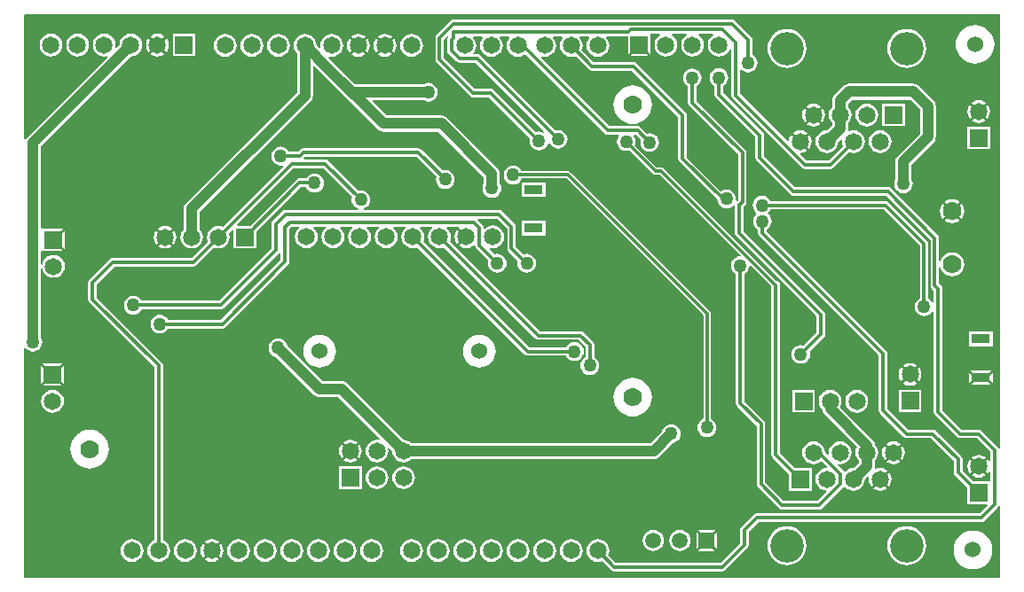
<source format=gbl>
G04 Layer_Physical_Order=2*
G04 Layer_Color=16711680*
%FSLAX25Y25*%
%MOIN*%
G70*
G01*
G75*
%ADD21C,0.01200*%
%ADD22C,0.04000*%
%ADD23C,0.03937*%
%ADD27R,0.05906X0.05906*%
%ADD28C,0.05906*%
%ADD29C,0.06000*%
%ADD30C,0.07000*%
%ADD31C,0.06500*%
%ADD32R,0.06500X0.06500*%
%ADD33C,0.06000*%
%ADD34R,0.06500X0.06500*%
%ADD35C,0.12600*%
%ADD36C,0.07000*%
%ADD37R,0.07087X0.03543*%
%ADD38C,0.05000*%
%ADD39C,0.01181*%
G36*
X466437Y316142D02*
Y152724D01*
X465937Y152674D01*
X465907Y152824D01*
X465554Y153354D01*
X459553Y159353D01*
X459024Y159707D01*
X458400Y159831D01*
X452076D01*
X444831Y167076D01*
Y212800D01*
X444707Y213424D01*
X444353Y213953D01*
X443631Y214676D01*
Y220741D01*
X444116Y220825D01*
X444569Y219731D01*
X445291Y218791D01*
X446231Y218069D01*
X447325Y217616D01*
X448500Y217461D01*
X449675Y217616D01*
X450769Y218069D01*
X451709Y218791D01*
X452431Y219731D01*
X452884Y220825D01*
X453039Y222000D01*
X452884Y223175D01*
X452431Y224269D01*
X451709Y225209D01*
X450769Y225931D01*
X449675Y226384D01*
X448500Y226539D01*
X447325Y226384D01*
X446231Y225931D01*
X445291Y225209D01*
X444569Y224269D01*
X444116Y223175D01*
X443631Y223259D01*
Y231800D01*
X443507Y232424D01*
X443153Y232954D01*
X425554Y250553D01*
X425024Y250907D01*
X424400Y251031D01*
X389576D01*
X377831Y262776D01*
Y270500D01*
X377707Y271124D01*
X377354Y271654D01*
X362531Y286476D01*
Y289087D01*
X362665Y289143D01*
X363396Y289704D01*
X363957Y290435D01*
X364310Y291286D01*
X364430Y292200D01*
X364310Y293114D01*
X363957Y293965D01*
X363396Y294696D01*
X362665Y295257D01*
X361814Y295610D01*
X360900Y295730D01*
X359986Y295610D01*
X359135Y295257D01*
X358404Y294696D01*
X357843Y293965D01*
X357490Y293114D01*
X357370Y292200D01*
X357490Y291286D01*
X357843Y290435D01*
X358404Y289704D01*
X359135Y289143D01*
X359269Y289087D01*
Y285800D01*
X359393Y285176D01*
X359747Y284647D01*
X374569Y269824D01*
Y262100D01*
X374693Y261476D01*
X375046Y260946D01*
X387747Y248247D01*
X388276Y247893D01*
X388900Y247769D01*
X423724D01*
X440369Y231124D01*
Y214000D01*
X440493Y213376D01*
X440846Y212846D01*
X441569Y212124D01*
Y207837D01*
X441069Y207738D01*
X441057Y207765D01*
X440496Y208496D01*
X439765Y209057D01*
X439631Y209113D01*
Y229700D01*
X439507Y230324D01*
X439153Y230854D01*
X424653Y245354D01*
X424124Y245707D01*
X423500Y245831D01*
X380213D01*
X380157Y245965D01*
X379596Y246696D01*
X378865Y247257D01*
X378014Y247610D01*
X377100Y247730D01*
X376186Y247610D01*
X375335Y247257D01*
X374604Y246696D01*
X374043Y245965D01*
X373690Y245114D01*
X373570Y244200D01*
X373690Y243286D01*
X374043Y242435D01*
X374604Y241704D01*
X374985Y241412D01*
Y240912D01*
X374704Y240696D01*
X374143Y239965D01*
X373790Y239114D01*
X373670Y238200D01*
X373790Y237286D01*
X374143Y236435D01*
X374704Y235704D01*
X375435Y235143D01*
X375569Y235087D01*
Y233800D01*
X375693Y233176D01*
X376046Y232646D01*
X420969Y187724D01*
Y167000D01*
X421093Y166376D01*
X421447Y165847D01*
X430246Y157046D01*
X430776Y156693D01*
X431400Y156569D01*
X440624D01*
X449169Y148024D01*
Y143700D01*
X449293Y143076D01*
X449647Y142546D01*
X454250Y137943D01*
Y131750D01*
X461490D01*
X461681Y131288D01*
X458724Y128331D01*
X375100D01*
X374476Y128207D01*
X373946Y127854D01*
X369247Y123153D01*
X368893Y122624D01*
X368769Y122000D01*
Y117076D01*
X361424Y109731D01*
X322300D01*
X319322Y112709D01*
X319534Y113221D01*
X319681Y114331D01*
X319534Y115440D01*
X319106Y116474D01*
X318425Y117362D01*
X317537Y118043D01*
X316503Y118471D01*
X315394Y118617D01*
X314284Y118471D01*
X313250Y118043D01*
X312363Y117362D01*
X311681Y116474D01*
X311253Y115440D01*
X311107Y114331D01*
X311253Y113221D01*
X311681Y112188D01*
X312363Y111300D01*
X313250Y110618D01*
X314284Y110190D01*
X315394Y110044D01*
X316503Y110190D01*
X317015Y110402D01*
X320471Y106947D01*
X321000Y106593D01*
X321625Y106469D01*
X362100D01*
X362724Y106593D01*
X363253Y106947D01*
X371553Y115246D01*
X371907Y115776D01*
X372031Y116400D01*
Y121324D01*
X375776Y125069D01*
X459400D01*
X460024Y125193D01*
X460554Y125547D01*
X465554Y130546D01*
X465907Y131076D01*
X465937Y131226D01*
X466437Y131176D01*
Y104535D01*
X466437Y104035D01*
X100000D01*
Y190300D01*
X100500Y190469D01*
X100704Y190204D01*
X101435Y189643D01*
X102286Y189290D01*
X103200Y189170D01*
X104114Y189290D01*
X104965Y189643D01*
X105696Y190204D01*
X106257Y190935D01*
X106610Y191786D01*
X106730Y192700D01*
X106610Y193614D01*
X106257Y194465D01*
X106226Y194506D01*
Y220504D01*
X106726Y220537D01*
X106785Y220091D01*
X107213Y219057D01*
X107894Y218169D01*
X108782Y217488D01*
X109816Y217060D01*
X110925Y216914D01*
X112035Y217060D01*
X113068Y217488D01*
X113956Y218169D01*
X114638Y219057D01*
X115066Y220091D01*
X115212Y221201D01*
X115066Y222310D01*
X114638Y223344D01*
X113956Y224232D01*
X113068Y224913D01*
X112035Y225341D01*
X110925Y225487D01*
X109816Y225341D01*
X108782Y224913D01*
X107894Y224232D01*
X107213Y223344D01*
X106785Y222310D01*
X106726Y221864D01*
X106226Y221897D01*
Y226828D01*
X106675Y226951D01*
X106726Y226951D01*
X114468D01*
X110572Y230847D01*
X110925Y231201D01*
X110572Y231554D01*
X114468Y235451D01*
X106726D01*
X106675Y235451D01*
X106226Y235573D01*
Y266446D01*
X139994Y300214D01*
X140000Y300213D01*
X141110Y300359D01*
X142143Y300787D01*
X143031Y301469D01*
X143712Y302357D01*
X144141Y303390D01*
X144287Y304500D01*
X144141Y305609D01*
X143712Y306643D01*
X143031Y307531D01*
X142143Y308212D01*
X141110Y308641D01*
X140000Y308787D01*
X138891Y308641D01*
X137857Y308212D01*
X136969Y307531D01*
X136288Y306643D01*
X135860Y305609D01*
X135713Y304500D01*
X135714Y304493D01*
X134650Y303429D01*
X134177Y303663D01*
X134287Y304500D01*
X134141Y305609D01*
X133712Y306643D01*
X133031Y307531D01*
X132143Y308212D01*
X131109Y308641D01*
X130000Y308787D01*
X128891Y308641D01*
X127857Y308212D01*
X126969Y307531D01*
X126288Y306643D01*
X125859Y305609D01*
X125713Y304500D01*
X125859Y303390D01*
X126288Y302357D01*
X126969Y301469D01*
X127857Y300787D01*
X128891Y300359D01*
X130000Y300213D01*
X130837Y300323D01*
X131071Y299850D01*
X101060Y269839D01*
X100580Y269213D01*
X100500Y269021D01*
X100000Y269120D01*
Y315642D01*
X100500Y316142D01*
X466437Y316142D01*
D02*
G37*
G36*
X436369Y229024D02*
Y209113D01*
X436235Y209057D01*
X435504Y208496D01*
X434943Y207765D01*
X434590Y206914D01*
X434470Y206000D01*
X434590Y205086D01*
X434943Y204235D01*
X435504Y203504D01*
X436235Y202943D01*
X437086Y202590D01*
X438000Y202470D01*
X438914Y202590D01*
X439765Y202943D01*
X440496Y203504D01*
X441057Y204235D01*
X441069Y204262D01*
X441569Y204163D01*
Y166400D01*
X441693Y165776D01*
X442046Y165246D01*
X450246Y157046D01*
X450776Y156693D01*
X451400Y156569D01*
X457724D01*
X462769Y151524D01*
Y148107D01*
X462269Y148008D01*
X462212Y148143D01*
X461838Y148631D01*
X459207Y146000D01*
X461838Y143369D01*
X462212Y143857D01*
X462269Y143993D01*
X462769Y143893D01*
Y140742D01*
X462750Y140250D01*
X456557D01*
X452431Y144376D01*
Y148700D01*
X452307Y149324D01*
X451954Y149854D01*
X442453Y159353D01*
X441924Y159707D01*
X441300Y159831D01*
X432076D01*
X424231Y167676D01*
Y188400D01*
X424107Y189024D01*
X423753Y189553D01*
X378831Y234476D01*
Y235087D01*
X378965Y235143D01*
X379696Y235704D01*
X380257Y236435D01*
X380610Y237286D01*
X380730Y238200D01*
X380610Y239114D01*
X380257Y239965D01*
X379696Y240696D01*
X379315Y240988D01*
Y241488D01*
X379596Y241704D01*
X380157Y242435D01*
X380213Y242569D01*
X422824D01*
X436369Y229024D01*
D02*
G37*
%LPC*%
G36*
X423137Y153773D02*
X422762Y153285D01*
X422334Y152251D01*
X422188Y151142D01*
X422334Y150032D01*
X422762Y148998D01*
X423137Y148511D01*
X425768Y151142D01*
X423137Y153773D01*
D02*
G37*
G36*
X222441Y151025D02*
X219810Y148394D01*
X220298Y148020D01*
X221331Y147592D01*
X222441Y147446D01*
X223550Y147592D01*
X224584Y148020D01*
X225072Y148394D01*
X222441Y151025D01*
D02*
G37*
G36*
X429813Y153773D02*
X427182Y151142D01*
X429813Y148511D01*
X430187Y148998D01*
X430615Y150032D01*
X430761Y151142D01*
X430615Y152251D01*
X430187Y153285D01*
X429813Y153773D01*
D02*
G37*
G36*
X426475Y155429D02*
X425365Y155282D01*
X424332Y154854D01*
X423844Y154480D01*
X426475Y151849D01*
X429106Y154480D01*
X428618Y154854D01*
X427584Y155282D01*
X426475Y155429D01*
D02*
G37*
G36*
X225779Y154363D02*
X223148Y151732D01*
X225779Y149101D01*
X226153Y149589D01*
X226582Y150623D01*
X226728Y151732D01*
X226582Y152842D01*
X226153Y153876D01*
X225779Y154363D01*
D02*
G37*
G36*
X219103D02*
X218728Y153876D01*
X218300Y152842D01*
X218154Y151732D01*
X218300Y150623D01*
X218728Y149589D01*
X219103Y149101D01*
X221734Y151732D01*
X219103Y154363D01*
D02*
G37*
G36*
X424813Y143773D02*
X422182Y141142D01*
X424813Y138511D01*
X425187Y138998D01*
X425615Y140032D01*
X425762Y141142D01*
X425615Y142251D01*
X425187Y143285D01*
X424813Y143773D01*
D02*
G37*
G36*
X458500Y145293D02*
X455869Y142662D01*
X456357Y142288D01*
X457390Y141859D01*
X458500Y141713D01*
X459610Y141859D01*
X460643Y142288D01*
X461131Y142662D01*
X458500Y145293D01*
D02*
G37*
G36*
X242441Y146019D02*
X241331Y145873D01*
X240298Y145445D01*
X239410Y144763D01*
X238728Y143876D01*
X238300Y142842D01*
X238154Y141732D01*
X238300Y140623D01*
X238728Y139589D01*
X239410Y138701D01*
X240298Y138020D01*
X241331Y137592D01*
X242441Y137446D01*
X243550Y137592D01*
X244584Y138020D01*
X245472Y138701D01*
X246153Y139589D01*
X246582Y140623D01*
X246727Y141732D01*
X246582Y142842D01*
X246153Y143876D01*
X245472Y144763D01*
X244584Y145445D01*
X243550Y145873D01*
X242441Y146019D01*
D02*
G37*
G36*
X226691Y145982D02*
X218191D01*
Y137482D01*
X226691D01*
Y145982D01*
D02*
G37*
G36*
X458500Y150287D02*
X457390Y150141D01*
X456357Y149712D01*
X455869Y149338D01*
X458500Y146707D01*
X461131Y149338D01*
X460643Y149712D01*
X459610Y150141D01*
X458500Y150287D01*
D02*
G37*
G36*
X426475Y150435D02*
X423844Y147804D01*
X424332Y147429D01*
X425365Y147001D01*
X426475Y146855D01*
X427584Y147001D01*
X428618Y147429D01*
X429106Y147804D01*
X426475Y150435D01*
D02*
G37*
G36*
X455162Y148631D02*
X454788Y148143D01*
X454359Y147109D01*
X454213Y146000D01*
X454359Y144891D01*
X454788Y143857D01*
X455162Y143369D01*
X457793Y146000D01*
X455162Y148631D01*
D02*
G37*
G36*
X124500Y159785D02*
X123079Y159645D01*
X121712Y159230D01*
X120453Y158557D01*
X119349Y157651D01*
X118443Y156547D01*
X117770Y155288D01*
X117355Y153921D01*
X117215Y152500D01*
X117355Y151079D01*
X117770Y149712D01*
X118443Y148453D01*
X119349Y147349D01*
X120453Y146443D01*
X121712Y145770D01*
X123079Y145355D01*
X124500Y145215D01*
X125921Y145355D01*
X127288Y145770D01*
X128547Y146443D01*
X129651Y147349D01*
X130557Y148453D01*
X131230Y149712D01*
X131645Y151079D01*
X131785Y152500D01*
X131645Y153921D01*
X131230Y155288D01*
X130557Y156547D01*
X129651Y157651D01*
X128547Y158557D01*
X127288Y159230D01*
X125921Y159645D01*
X124500Y159785D01*
D02*
G37*
G36*
X463136Y182172D02*
X455464D01*
X457882Y179753D01*
X457528Y179400D01*
X457882Y179046D01*
X455464Y176628D01*
X463136D01*
X460718Y179046D01*
X461072Y179400D01*
X460718Y179753D01*
X463136Y182172D01*
D02*
G37*
G36*
X432700Y179893D02*
X430069Y177262D01*
X430557Y176888D01*
X431591Y176459D01*
X432700Y176313D01*
X433809Y176459D01*
X434843Y176888D01*
X435331Y177262D01*
X432700Y179893D01*
D02*
G37*
G36*
X110531Y179805D02*
X106989Y176262D01*
X114074D01*
X110531Y179805D01*
D02*
G37*
G36*
X106281Y184055D02*
Y176969D01*
X109824Y180512D01*
X106281Y184055D01*
D02*
G37*
G36*
X463843Y181465D02*
X461779Y179400D01*
X463843Y177335D01*
Y181465D01*
D02*
G37*
G36*
X454757D02*
Y177335D01*
X456821Y179400D01*
X454757Y181465D01*
D02*
G37*
G36*
X114781Y184055D02*
X111239Y180512D01*
X114781Y176969D01*
Y184055D01*
D02*
G37*
G36*
X436950Y174850D02*
X428450D01*
Y166350D01*
X436950D01*
Y174850D01*
D02*
G37*
G36*
X283600Y259130D02*
X282686Y259010D01*
X281835Y258657D01*
X281104Y258096D01*
X280543Y257365D01*
X280190Y256514D01*
X280070Y255600D01*
X280190Y254686D01*
X280543Y253835D01*
X281104Y253104D01*
X281835Y252543D01*
X282686Y252190D01*
X283600Y252070D01*
X284514Y252190D01*
X285365Y252543D01*
X286096Y253104D01*
X286657Y253835D01*
X286839Y254275D01*
X303751D01*
X355275Y202751D01*
Y163922D01*
X354635Y163657D01*
X353904Y163096D01*
X353343Y162365D01*
X352990Y161514D01*
X352870Y160600D01*
X352990Y159686D01*
X353343Y158835D01*
X353904Y158104D01*
X354635Y157543D01*
X355486Y157190D01*
X356400Y157070D01*
X357314Y157190D01*
X358165Y157543D01*
X358896Y158104D01*
X359457Y158835D01*
X359810Y159686D01*
X359930Y160600D01*
X359810Y161514D01*
X359457Y162365D01*
X358896Y163096D01*
X358165Y163657D01*
X357926Y163757D01*
Y203300D01*
X357825Y203807D01*
X357537Y204237D01*
X305237Y256537D01*
X304807Y256825D01*
X304300Y256926D01*
X286839D01*
X286657Y257365D01*
X286096Y258096D01*
X285365Y258657D01*
X284514Y259010D01*
X283600Y259130D01*
D02*
G37*
G36*
X195300Y194130D02*
X194386Y194010D01*
X193535Y193657D01*
X192804Y193096D01*
X192243Y192365D01*
X191890Y191514D01*
X191770Y190600D01*
X191890Y189686D01*
X192243Y188835D01*
X192804Y188104D01*
X193535Y187543D01*
X194386Y187190D01*
X194437Y187183D01*
X208760Y172860D01*
X209387Y172380D01*
X210117Y172077D01*
X210900Y171974D01*
X217920D01*
X233512Y156382D01*
X233278Y155909D01*
X232441Y156019D01*
X231331Y155873D01*
X230297Y155445D01*
X229410Y154763D01*
X228729Y153876D01*
X228300Y152842D01*
X228154Y151732D01*
X228300Y150623D01*
X228729Y149589D01*
X229410Y148701D01*
X230297Y148020D01*
X231331Y147592D01*
X232441Y147446D01*
X233550Y147592D01*
X234584Y148020D01*
X235472Y148701D01*
X236153Y149589D01*
X236581Y150623D01*
X236727Y151732D01*
X236617Y152569D01*
X237091Y152803D01*
X238155Y151739D01*
X238154Y151732D01*
X238300Y150623D01*
X238728Y149589D01*
X239410Y148701D01*
X240298Y148020D01*
X241331Y147592D01*
X242441Y147446D01*
X243550Y147592D01*
X244584Y148020D01*
X245472Y148701D01*
X245476Y148706D01*
X336432D01*
X337215Y148809D01*
X337945Y149112D01*
X338572Y149593D01*
X343863Y154883D01*
X343914Y154890D01*
X344765Y155243D01*
X345496Y155804D01*
X346057Y156535D01*
X346410Y157386D01*
X346530Y158300D01*
X346410Y159214D01*
X346057Y160065D01*
X345496Y160796D01*
X344765Y161357D01*
X343914Y161710D01*
X343000Y161830D01*
X342086Y161710D01*
X341235Y161357D01*
X340504Y160796D01*
X339943Y160065D01*
X339590Y159214D01*
X339583Y159163D01*
X335179Y154758D01*
X245476D01*
X245472Y154763D01*
X244584Y155445D01*
X243550Y155873D01*
X242441Y156019D01*
X242434Y156018D01*
X221313Y177140D01*
X220686Y177620D01*
X219956Y177923D01*
X219173Y178026D01*
X212153D01*
X198717Y191463D01*
X198710Y191514D01*
X198357Y192365D01*
X197796Y193096D01*
X197065Y193657D01*
X196214Y194010D01*
X195300Y194130D01*
D02*
G37*
G36*
X222441Y156019D02*
X221331Y155873D01*
X220298Y155445D01*
X219810Y155070D01*
X222441Y152439D01*
X225072Y155070D01*
X224584Y155445D01*
X223550Y155873D01*
X222441Y156019D01*
D02*
G37*
G36*
X328500Y179285D02*
X327079Y179145D01*
X325712Y178730D01*
X324453Y178057D01*
X323349Y177151D01*
X322443Y176047D01*
X321769Y174788D01*
X321355Y173421D01*
X321215Y172000D01*
X321355Y170579D01*
X321769Y169212D01*
X322443Y167953D01*
X323349Y166849D01*
X324453Y165943D01*
X325712Y165269D01*
X327079Y164855D01*
X328500Y164715D01*
X329921Y164855D01*
X331288Y165269D01*
X332547Y165943D01*
X333651Y166849D01*
X334557Y167953D01*
X335230Y169212D01*
X335645Y170579D01*
X335785Y172000D01*
X335645Y173421D01*
X335230Y174788D01*
X334557Y176047D01*
X333651Y177151D01*
X332547Y178057D01*
X331288Y178730D01*
X329921Y179145D01*
X328500Y179285D01*
D02*
G37*
G36*
X396950Y174750D02*
X388450D01*
Y166250D01*
X396950D01*
Y174750D01*
D02*
G37*
G36*
X110531Y174799D02*
X109422Y174652D01*
X108388Y174224D01*
X107500Y173543D01*
X106819Y172655D01*
X106391Y171621D01*
X106245Y170512D01*
X106391Y169402D01*
X106819Y168368D01*
X107500Y167481D01*
X108388Y166799D01*
X109422Y166371D01*
X110531Y166225D01*
X111641Y166371D01*
X112675Y166799D01*
X113563Y167481D01*
X114244Y168368D01*
X114672Y169402D01*
X114818Y170512D01*
X114672Y171621D01*
X114244Y172655D01*
X113563Y173543D01*
X112675Y174224D01*
X111641Y174652D01*
X110531Y174799D01*
D02*
G37*
G36*
X412700Y174787D02*
X411590Y174641D01*
X410557Y174212D01*
X409669Y173531D01*
X408988Y172643D01*
X408559Y171609D01*
X408413Y170500D01*
X408559Y169390D01*
X408988Y168357D01*
X409669Y167469D01*
X410557Y166788D01*
X411590Y166359D01*
X412700Y166213D01*
X413809Y166359D01*
X414843Y166788D01*
X415731Y167469D01*
X416412Y168357D01*
X416841Y169390D01*
X416987Y170500D01*
X416841Y171609D01*
X416412Y172643D01*
X415731Y173531D01*
X414843Y174212D01*
X413809Y174641D01*
X412700Y174787D01*
D02*
G37*
G36*
X220394Y118617D02*
X219284Y118471D01*
X218250Y118043D01*
X217363Y117362D01*
X216681Y116474D01*
X216253Y115440D01*
X216107Y114331D01*
X216253Y113221D01*
X216681Y112188D01*
X217363Y111300D01*
X218250Y110618D01*
X219284Y110190D01*
X220394Y110044D01*
X221503Y110190D01*
X222537Y110618D01*
X223425Y111300D01*
X224106Y112188D01*
X224534Y113221D01*
X224680Y114331D01*
X224534Y115440D01*
X224106Y116474D01*
X223425Y117362D01*
X222537Y118043D01*
X221503Y118471D01*
X220394Y118617D01*
D02*
G37*
G36*
X210394D02*
X209284Y118471D01*
X208250Y118043D01*
X207363Y117362D01*
X206681Y116474D01*
X206253Y115440D01*
X206107Y114331D01*
X206253Y113221D01*
X206681Y112188D01*
X207363Y111300D01*
X208250Y110618D01*
X209284Y110190D01*
X210394Y110044D01*
X211503Y110190D01*
X212537Y110618D01*
X213425Y111300D01*
X214106Y112188D01*
X214534Y113221D01*
X214681Y114331D01*
X214534Y115440D01*
X214106Y116474D01*
X213425Y117362D01*
X212537Y118043D01*
X211503Y118471D01*
X210394Y118617D01*
D02*
G37*
G36*
X200394D02*
X199284Y118471D01*
X198250Y118043D01*
X197363Y117362D01*
X196681Y116474D01*
X196253Y115440D01*
X196107Y114331D01*
X196253Y113221D01*
X196681Y112188D01*
X197363Y111300D01*
X198250Y110618D01*
X199284Y110190D01*
X200394Y110044D01*
X201503Y110190D01*
X202537Y110618D01*
X203425Y111300D01*
X204106Y112188D01*
X204534Y113221D01*
X204680Y114331D01*
X204534Y115440D01*
X204106Y116474D01*
X203425Y117362D01*
X202537Y118043D01*
X201503Y118471D01*
X200394Y118617D01*
D02*
G37*
G36*
X230394D02*
X229284Y118471D01*
X228251Y118043D01*
X227363Y117362D01*
X226681Y116474D01*
X226253Y115440D01*
X226107Y114331D01*
X226253Y113221D01*
X226681Y112188D01*
X227363Y111300D01*
X228251Y110618D01*
X229284Y110190D01*
X230394Y110044D01*
X231503Y110190D01*
X232537Y110618D01*
X233425Y111300D01*
X234106Y112188D01*
X234534Y113221D01*
X234681Y114331D01*
X234534Y115440D01*
X234106Y116474D01*
X233425Y117362D01*
X232537Y118043D01*
X231503Y118471D01*
X230394Y118617D01*
D02*
G37*
G36*
X265394D02*
X264284Y118471D01*
X263250Y118043D01*
X262363Y117362D01*
X261681Y116474D01*
X261253Y115440D01*
X261107Y114331D01*
X261253Y113221D01*
X261681Y112188D01*
X262363Y111300D01*
X263250Y110618D01*
X264284Y110190D01*
X265394Y110044D01*
X266503Y110190D01*
X267537Y110618D01*
X268425Y111300D01*
X269106Y112188D01*
X269534Y113221D01*
X269681Y114331D01*
X269534Y115440D01*
X269106Y116474D01*
X268425Y117362D01*
X267537Y118043D01*
X266503Y118471D01*
X265394Y118617D01*
D02*
G37*
G36*
X255394D02*
X254284Y118471D01*
X253251Y118043D01*
X252363Y117362D01*
X251681Y116474D01*
X251253Y115440D01*
X251107Y114331D01*
X251253Y113221D01*
X251681Y112188D01*
X252363Y111300D01*
X253251Y110618D01*
X254284Y110190D01*
X255394Y110044D01*
X256503Y110190D01*
X257537Y110618D01*
X258425Y111300D01*
X259106Y112188D01*
X259534Y113221D01*
X259681Y114331D01*
X259534Y115440D01*
X259106Y116474D01*
X258425Y117362D01*
X257537Y118043D01*
X256503Y118471D01*
X255394Y118617D01*
D02*
G37*
G36*
X245394D02*
X244284Y118471D01*
X243250Y118043D01*
X242363Y117362D01*
X241681Y116474D01*
X241253Y115440D01*
X241107Y114331D01*
X241253Y113221D01*
X241681Y112188D01*
X242363Y111300D01*
X243250Y110618D01*
X244284Y110190D01*
X245394Y110044D01*
X246503Y110190D01*
X247537Y110618D01*
X248425Y111300D01*
X249106Y112188D01*
X249534Y113221D01*
X249680Y114331D01*
X249534Y115440D01*
X249106Y116474D01*
X248425Y117362D01*
X247537Y118043D01*
X246503Y118471D01*
X245394Y118617D01*
D02*
G37*
G36*
X190394D02*
X189284Y118471D01*
X188251Y118043D01*
X187363Y117362D01*
X186681Y116474D01*
X186253Y115440D01*
X186107Y114331D01*
X186253Y113221D01*
X186681Y112188D01*
X187363Y111300D01*
X188251Y110618D01*
X189284Y110190D01*
X190394Y110044D01*
X191503Y110190D01*
X192537Y110618D01*
X193425Y111300D01*
X194106Y112188D01*
X194534Y113221D01*
X194681Y114331D01*
X194534Y115440D01*
X194106Y116474D01*
X193425Y117362D01*
X192537Y118043D01*
X191503Y118471D01*
X190394Y118617D01*
D02*
G37*
G36*
X431475Y123477D02*
X430044Y123336D01*
X428668Y122919D01*
X427399Y122241D01*
X426288Y121329D01*
X425376Y120217D01*
X424698Y118949D01*
X424280Y117573D01*
X424139Y116142D01*
X424280Y114711D01*
X424698Y113335D01*
X425376Y112066D01*
X426288Y110955D01*
X427399Y110043D01*
X428668Y109365D01*
X430044Y108947D01*
X431475Y108807D01*
X432906Y108947D01*
X434282Y109365D01*
X435550Y110043D01*
X436662Y110955D01*
X437574Y112066D01*
X438252Y113335D01*
X438669Y114711D01*
X438810Y116142D01*
X438669Y117573D01*
X438252Y118949D01*
X437574Y120217D01*
X436662Y121329D01*
X435550Y122241D01*
X434282Y122919D01*
X432906Y123336D01*
X431475Y123477D01*
D02*
G37*
G36*
X386475D02*
X385044Y123336D01*
X383668Y122919D01*
X382400Y122241D01*
X381288Y121329D01*
X380376Y120217D01*
X379698Y118949D01*
X379280Y117573D01*
X379139Y116142D01*
X379280Y114711D01*
X379698Y113335D01*
X380376Y112066D01*
X381288Y110955D01*
X382400Y110043D01*
X383668Y109365D01*
X385044Y108947D01*
X386475Y108807D01*
X387906Y108947D01*
X389282Y109365D01*
X390550Y110043D01*
X391662Y110955D01*
X392574Y112066D01*
X393252Y113335D01*
X393669Y114711D01*
X393810Y116142D01*
X393669Y117573D01*
X393252Y118949D01*
X392574Y120217D01*
X391662Y121329D01*
X390550Y122241D01*
X389282Y122919D01*
X387906Y123336D01*
X386475Y123477D01*
D02*
G37*
G36*
X456299Y121852D02*
X454878Y121712D01*
X453511Y121298D01*
X452252Y120624D01*
X451148Y119718D01*
X450242Y118614D01*
X449569Y117355D01*
X449154Y115988D01*
X449014Y114567D01*
X449154Y113146D01*
X449569Y111779D01*
X450242Y110520D01*
X451148Y109416D01*
X452252Y108510D01*
X453511Y107836D01*
X454878Y107422D01*
X456299Y107282D01*
X457721Y107422D01*
X459087Y107836D01*
X460347Y108510D01*
X461450Y109416D01*
X462357Y110520D01*
X463030Y111779D01*
X463444Y113146D01*
X463584Y114567D01*
X463444Y115988D01*
X463030Y117355D01*
X462357Y118614D01*
X461450Y119718D01*
X460347Y120624D01*
X459087Y121298D01*
X457721Y121712D01*
X456299Y121852D01*
D02*
G37*
G36*
X140394Y118617D02*
X139284Y118471D01*
X138251Y118043D01*
X137363Y117362D01*
X136681Y116474D01*
X136253Y115440D01*
X136107Y114331D01*
X136253Y113221D01*
X136681Y112188D01*
X137363Y111300D01*
X138251Y110618D01*
X139284Y110190D01*
X140394Y110044D01*
X141503Y110190D01*
X142537Y110618D01*
X143425Y111300D01*
X144106Y112188D01*
X144534Y113221D01*
X144681Y114331D01*
X144534Y115440D01*
X144106Y116474D01*
X143425Y117362D01*
X142537Y118043D01*
X141503Y118471D01*
X140394Y118617D01*
D02*
G37*
G36*
X180394D02*
X179284Y118471D01*
X178251Y118043D01*
X177363Y117362D01*
X176681Y116474D01*
X176253Y115440D01*
X176107Y114331D01*
X176253Y113221D01*
X176681Y112188D01*
X177363Y111300D01*
X178251Y110618D01*
X179284Y110190D01*
X180394Y110044D01*
X181503Y110190D01*
X182537Y110618D01*
X183425Y111300D01*
X184106Y112188D01*
X184534Y113221D01*
X184680Y114331D01*
X184534Y115440D01*
X184106Y116474D01*
X183425Y117362D01*
X182537Y118043D01*
X181503Y118471D01*
X180394Y118617D01*
D02*
G37*
G36*
X170394Y113624D02*
X167763Y110993D01*
X168251Y110618D01*
X169284Y110190D01*
X170394Y110044D01*
X171503Y110190D01*
X172537Y110618D01*
X173025Y110993D01*
X170394Y113624D01*
D02*
G37*
G36*
X160394Y118617D02*
X159284Y118471D01*
X158250Y118043D01*
X157363Y117362D01*
X156681Y116474D01*
X156253Y115440D01*
X156107Y114331D01*
X156253Y113221D01*
X156681Y112188D01*
X157363Y111300D01*
X158250Y110618D01*
X159284Y110190D01*
X160394Y110044D01*
X161503Y110190D01*
X162537Y110618D01*
X163425Y111300D01*
X164106Y112188D01*
X164534Y113221D01*
X164681Y114331D01*
X164534Y115440D01*
X164106Y116474D01*
X163425Y117362D01*
X162537Y118043D01*
X161503Y118471D01*
X160394Y118617D01*
D02*
G37*
G36*
X360252Y121356D02*
X357006Y118110D01*
X360252Y114865D01*
Y121356D01*
D02*
G37*
G36*
X352346D02*
Y114865D01*
X355592Y118110D01*
X352346Y121356D01*
D02*
G37*
G36*
X356299Y117403D02*
X353054Y114157D01*
X359545D01*
X356299Y117403D01*
D02*
G37*
G36*
X170394Y118617D02*
X169284Y118471D01*
X168251Y118043D01*
X167763Y117669D01*
X170394Y115038D01*
X173025Y117669D01*
X172537Y118043D01*
X171503Y118471D01*
X170394Y118617D01*
D02*
G37*
G36*
X232441Y146019D02*
X231331Y145873D01*
X230297Y145445D01*
X229410Y144763D01*
X228729Y143876D01*
X228300Y142842D01*
X228154Y141732D01*
X228300Y140623D01*
X228729Y139589D01*
X229410Y138701D01*
X230297Y138020D01*
X231331Y137592D01*
X232441Y137446D01*
X233550Y137592D01*
X234584Y138020D01*
X235472Y138701D01*
X236153Y139589D01*
X236581Y140623D01*
X236727Y141732D01*
X236581Y142842D01*
X236153Y143876D01*
X235472Y144763D01*
X234584Y145445D01*
X233550Y145873D01*
X232441Y146019D01*
D02*
G37*
G36*
X421475Y140435D02*
X418844Y137804D01*
X419332Y137429D01*
X420365Y137001D01*
X421475Y136855D01*
X422584Y137001D01*
X423618Y137429D01*
X424106Y137804D01*
X421475Y140435D01*
D02*
G37*
G36*
X359545Y122063D02*
X353054D01*
X356299Y118817D01*
X359545Y122063D01*
D02*
G37*
G36*
X346299Y122097D02*
X345267Y121961D01*
X344306Y121563D01*
X343480Y120929D01*
X342847Y120104D01*
X342448Y119142D01*
X342312Y118110D01*
X342448Y117078D01*
X342847Y116117D01*
X343480Y115291D01*
X344306Y114657D01*
X345267Y114259D01*
X346299Y114123D01*
X347331Y114259D01*
X348293Y114657D01*
X349118Y115291D01*
X349752Y116117D01*
X350150Y117078D01*
X350286Y118110D01*
X350150Y119142D01*
X349752Y120104D01*
X349118Y120929D01*
X348293Y121563D01*
X347331Y121961D01*
X346299Y122097D01*
D02*
G37*
G36*
X295394Y118617D02*
X294284Y118471D01*
X293250Y118043D01*
X292363Y117362D01*
X291681Y116474D01*
X291253Y115440D01*
X291107Y114331D01*
X291253Y113221D01*
X291681Y112188D01*
X292363Y111300D01*
X293250Y110618D01*
X294284Y110190D01*
X295394Y110044D01*
X296503Y110190D01*
X297537Y110618D01*
X298425Y111300D01*
X299106Y112188D01*
X299534Y113221D01*
X299680Y114331D01*
X299534Y115440D01*
X299106Y116474D01*
X298425Y117362D01*
X297537Y118043D01*
X296503Y118471D01*
X295394Y118617D01*
D02*
G37*
G36*
X285394D02*
X284284Y118471D01*
X283250Y118043D01*
X282363Y117362D01*
X281681Y116474D01*
X281253Y115440D01*
X281107Y114331D01*
X281253Y113221D01*
X281681Y112188D01*
X282363Y111300D01*
X283250Y110618D01*
X284284Y110190D01*
X285394Y110044D01*
X286503Y110190D01*
X287537Y110618D01*
X288425Y111300D01*
X289106Y112188D01*
X289534Y113221D01*
X289681Y114331D01*
X289534Y115440D01*
X289106Y116474D01*
X288425Y117362D01*
X287537Y118043D01*
X286503Y118471D01*
X285394Y118617D01*
D02*
G37*
G36*
X275394D02*
X274284Y118471D01*
X273251Y118043D01*
X272363Y117362D01*
X271681Y116474D01*
X271253Y115440D01*
X271107Y114331D01*
X271253Y113221D01*
X271681Y112188D01*
X272363Y111300D01*
X273251Y110618D01*
X274284Y110190D01*
X275394Y110044D01*
X276503Y110190D01*
X277537Y110618D01*
X278425Y111300D01*
X279106Y112188D01*
X279534Y113221D01*
X279680Y114331D01*
X279534Y115440D01*
X279106Y116474D01*
X278425Y117362D01*
X277537Y118043D01*
X276503Y118471D01*
X275394Y118617D01*
D02*
G37*
G36*
X305394D02*
X304284Y118471D01*
X303251Y118043D01*
X302363Y117362D01*
X301681Y116474D01*
X301253Y115440D01*
X301107Y114331D01*
X301253Y113221D01*
X301681Y112188D01*
X302363Y111300D01*
X303251Y110618D01*
X304284Y110190D01*
X305394Y110044D01*
X306503Y110190D01*
X307537Y110618D01*
X308425Y111300D01*
X309106Y112188D01*
X309534Y113221D01*
X309681Y114331D01*
X309534Y115440D01*
X309106Y116474D01*
X308425Y117362D01*
X307537Y118043D01*
X306503Y118471D01*
X305394Y118617D01*
D02*
G37*
G36*
X336299Y122097D02*
X335267Y121961D01*
X334306Y121563D01*
X333480Y120929D01*
X332847Y120104D01*
X332448Y119142D01*
X332312Y118110D01*
X332448Y117078D01*
X332847Y116117D01*
X333480Y115291D01*
X334306Y114657D01*
X335267Y114259D01*
X336299Y114123D01*
X337331Y114259D01*
X338293Y114657D01*
X339118Y115291D01*
X339752Y116117D01*
X340150Y117078D01*
X340286Y118110D01*
X340150Y119142D01*
X339752Y120104D01*
X339118Y120929D01*
X338293Y121563D01*
X337331Y121961D01*
X336299Y122097D01*
D02*
G37*
G36*
X173732Y116962D02*
X171101Y114331D01*
X173732Y111700D01*
X174106Y112188D01*
X174534Y113221D01*
X174680Y114331D01*
X174534Y115440D01*
X174106Y116474D01*
X173732Y116962D01*
D02*
G37*
G36*
X167056D02*
X166681Y116474D01*
X166253Y115440D01*
X166107Y114331D01*
X166253Y113221D01*
X166681Y112188D01*
X167056Y111700D01*
X169687Y114331D01*
X167056Y116962D01*
D02*
G37*
G36*
X429362Y183231D02*
X428988Y182743D01*
X428559Y181710D01*
X428413Y180600D01*
X428559Y179490D01*
X428988Y178457D01*
X429362Y177969D01*
X431993Y180600D01*
X429362Y183231D01*
D02*
G37*
G36*
X185394Y308617D02*
X184284Y308471D01*
X183250Y308043D01*
X182363Y307362D01*
X181681Y306474D01*
X181253Y305440D01*
X181107Y304331D01*
X181253Y303221D01*
X181681Y302187D01*
X182363Y301300D01*
X183250Y300618D01*
X184284Y300190D01*
X185394Y300044D01*
X186503Y300190D01*
X187537Y300618D01*
X188425Y301300D01*
X189106Y302187D01*
X189534Y303221D01*
X189681Y304331D01*
X189534Y305440D01*
X189106Y306474D01*
X188425Y307362D01*
X187537Y308043D01*
X186503Y308471D01*
X185394Y308617D01*
D02*
G37*
G36*
X175394D02*
X174284Y308471D01*
X173250Y308043D01*
X172363Y307362D01*
X171681Y306474D01*
X171253Y305440D01*
X171107Y304331D01*
X171253Y303221D01*
X171681Y302187D01*
X172363Y301300D01*
X173250Y300618D01*
X174284Y300190D01*
X175394Y300044D01*
X176503Y300190D01*
X177537Y300618D01*
X178425Y301300D01*
X179106Y302187D01*
X179534Y303221D01*
X179681Y304331D01*
X179534Y305440D01*
X179106Y306474D01*
X178425Y307362D01*
X177537Y308043D01*
X176503Y308471D01*
X175394Y308617D01*
D02*
G37*
G36*
X457087Y312010D02*
X455665Y311870D01*
X454299Y311455D01*
X453039Y310782D01*
X451935Y309876D01*
X451029Y308772D01*
X450356Y307512D01*
X449941Y306146D01*
X449801Y304724D01*
X449941Y303303D01*
X450356Y301937D01*
X451029Y300677D01*
X451935Y299573D01*
X453039Y298667D01*
X454299Y297994D01*
X455665Y297579D01*
X457087Y297439D01*
X458508Y297579D01*
X459874Y297994D01*
X461134Y298667D01*
X462238Y299573D01*
X463144Y300677D01*
X463817Y301937D01*
X464232Y303303D01*
X464372Y304724D01*
X464232Y306146D01*
X463817Y307512D01*
X463144Y308772D01*
X462238Y309876D01*
X461134Y310782D01*
X459874Y311455D01*
X458508Y311870D01*
X457087Y312010D01*
D02*
G37*
G36*
X195394Y308617D02*
X194284Y308471D01*
X193251Y308043D01*
X192363Y307362D01*
X191681Y306474D01*
X191253Y305440D01*
X191107Y304331D01*
X191253Y303221D01*
X191681Y302187D01*
X192363Y301300D01*
X193251Y300618D01*
X194284Y300190D01*
X195394Y300044D01*
X196503Y300190D01*
X197537Y300618D01*
X198425Y301300D01*
X199106Y302187D01*
X199534Y303221D01*
X199680Y304331D01*
X199534Y305440D01*
X199106Y306474D01*
X198425Y307362D01*
X197537Y308043D01*
X196503Y308471D01*
X195394Y308617D01*
D02*
G37*
G36*
X245394D02*
X244284Y308471D01*
X243250Y308043D01*
X242363Y307362D01*
X241681Y306474D01*
X241253Y305440D01*
X241107Y304331D01*
X241253Y303221D01*
X241681Y302187D01*
X242363Y301300D01*
X243250Y300618D01*
X244284Y300190D01*
X245394Y300044D01*
X246503Y300190D01*
X247537Y300618D01*
X248425Y301300D01*
X249106Y302187D01*
X249534Y303221D01*
X249680Y304331D01*
X249534Y305440D01*
X249106Y306474D01*
X248425Y307362D01*
X247537Y308043D01*
X246503Y308471D01*
X245394Y308617D01*
D02*
G37*
G36*
X235394Y303624D02*
X232763Y300993D01*
X233250Y300618D01*
X234284Y300190D01*
X235394Y300044D01*
X236503Y300190D01*
X237537Y300618D01*
X238025Y300993D01*
X235394Y303624D01*
D02*
G37*
G36*
X225394D02*
X222763Y300993D01*
X223251Y300618D01*
X224284Y300190D01*
X225394Y300044D01*
X226503Y300190D01*
X227537Y300618D01*
X228025Y300993D01*
X225394Y303624D01*
D02*
G37*
G36*
X431475Y310485D02*
X430044Y310344D01*
X428668Y309927D01*
X427399Y309249D01*
X426288Y308336D01*
X425376Y307225D01*
X424698Y305957D01*
X424280Y304581D01*
X424139Y303150D01*
X424280Y301719D01*
X424698Y300342D01*
X425376Y299074D01*
X426288Y297963D01*
X427399Y297050D01*
X428668Y296373D01*
X430044Y295955D01*
X431475Y295814D01*
X432906Y295955D01*
X434282Y296373D01*
X435550Y297050D01*
X436662Y297963D01*
X437574Y299074D01*
X438252Y300342D01*
X438669Y301719D01*
X438810Y303150D01*
X438669Y304581D01*
X438252Y305957D01*
X437574Y307225D01*
X436662Y308336D01*
X435550Y309249D01*
X434282Y309927D01*
X432906Y310344D01*
X431475Y310485D01*
D02*
G37*
G36*
X461838Y282131D02*
X459207Y279500D01*
X461838Y276869D01*
X462212Y277357D01*
X462641Y278391D01*
X462787Y279500D01*
X462641Y280609D01*
X462212Y281643D01*
X461838Y282131D01*
D02*
G37*
G36*
X455162D02*
X454788Y281643D01*
X454359Y280609D01*
X454213Y279500D01*
X454359Y278391D01*
X454788Y277357D01*
X455162Y276869D01*
X457793Y279500D01*
X455162Y282131D01*
D02*
G37*
G36*
X399813Y280781D02*
X397182Y278150D01*
X399813Y275519D01*
X400187Y276006D01*
X400615Y277040D01*
X400762Y278150D01*
X400615Y279259D01*
X400187Y280293D01*
X399813Y280781D01*
D02*
G37*
G36*
X396475Y282436D02*
X395365Y282290D01*
X394332Y281862D01*
X393844Y281488D01*
X396475Y278857D01*
X399106Y281488D01*
X398618Y281862D01*
X397584Y282290D01*
X396475Y282436D01*
D02*
G37*
G36*
X386475Y310485D02*
X385044Y310344D01*
X383668Y309927D01*
X382400Y309249D01*
X381288Y308336D01*
X380376Y307225D01*
X379698Y305957D01*
X379280Y304581D01*
X379139Y303150D01*
X379280Y301719D01*
X379698Y300342D01*
X380376Y299074D01*
X381288Y297963D01*
X382400Y297050D01*
X383668Y296373D01*
X385044Y295955D01*
X386475Y295814D01*
X387906Y295955D01*
X389282Y296373D01*
X390550Y297050D01*
X391662Y297963D01*
X392574Y299074D01*
X393252Y300342D01*
X393669Y301719D01*
X393810Y303150D01*
X393669Y304581D01*
X393252Y305957D01*
X392574Y307225D01*
X391662Y308336D01*
X390550Y309249D01*
X389282Y309927D01*
X387906Y310344D01*
X386475Y310485D01*
D02*
G37*
G36*
X365800Y314131D02*
X261300D01*
X260676Y314007D01*
X260146Y313653D01*
X254847Y308353D01*
X254493Y307824D01*
X254369Y307200D01*
Y298900D01*
X254493Y298276D01*
X254847Y297746D01*
X267347Y285246D01*
X267876Y284893D01*
X268500Y284769D01*
X274624D01*
X289946Y269447D01*
X289890Y269314D01*
X289770Y268400D01*
X289890Y267486D01*
X290243Y266635D01*
X290804Y265904D01*
X291535Y265343D01*
X292386Y264990D01*
X293300Y264870D01*
X294214Y264990D01*
X295065Y265343D01*
X295796Y265904D01*
X296357Y266635D01*
X296710Y267486D01*
X296731Y267647D01*
X297244Y267714D01*
X297443Y267235D01*
X298004Y266504D01*
X298735Y265943D01*
X299586Y265590D01*
X300500Y265470D01*
X301414Y265590D01*
X302265Y265943D01*
X302996Y266504D01*
X303557Y267235D01*
X303910Y268086D01*
X304030Y269000D01*
X303910Y269914D01*
X303557Y270765D01*
X302996Y271496D01*
X302265Y272057D01*
X301414Y272410D01*
X300500Y272530D01*
X299586Y272410D01*
X299453Y272355D01*
X271223Y300584D01*
X270693Y300938D01*
X270069Y301062D01*
X268873D01*
X268626Y301562D01*
X269106Y302187D01*
X269534Y303221D01*
X269681Y304331D01*
X269534Y305440D01*
X269106Y306474D01*
X268573Y307169D01*
X268818Y307669D01*
X271970D01*
X272214Y307169D01*
X271681Y306474D01*
X271253Y305440D01*
X271107Y304331D01*
X271253Y303221D01*
X271681Y302187D01*
X272363Y301300D01*
X273251Y300618D01*
X274284Y300190D01*
X275394Y300044D01*
X276503Y300190D01*
X277537Y300618D01*
X278425Y301300D01*
X279106Y302187D01*
X279534Y303221D01*
X279680Y304331D01*
X279534Y305440D01*
X279106Y306474D01*
X278573Y307169D01*
X278818Y307669D01*
X281970D01*
X282214Y307169D01*
X281681Y306474D01*
X281253Y305440D01*
X281107Y304331D01*
X281253Y303221D01*
X281681Y302187D01*
X282363Y301300D01*
X283250Y300618D01*
X284284Y300190D01*
X285394Y300044D01*
X286503Y300190D01*
X287537Y300618D01*
X288124Y301069D01*
X318046Y271146D01*
X318576Y270793D01*
X319200Y270669D01*
X323029D01*
X323276Y270169D01*
X323043Y269865D01*
X322690Y269014D01*
X322570Y268100D01*
X322690Y267186D01*
X323043Y266335D01*
X323604Y265604D01*
X324335Y265043D01*
X325186Y264690D01*
X326100Y264570D01*
X327014Y264690D01*
X327453Y264872D01*
X336163Y256163D01*
X336593Y255875D01*
X337100Y255774D01*
X338751D01*
X369068Y225458D01*
X368805Y225013D01*
X367984Y224905D01*
X367132Y224552D01*
X366401Y223991D01*
X365840Y223260D01*
X365487Y222409D01*
X365367Y221495D01*
X365487Y220582D01*
X365840Y219730D01*
X366401Y218999D01*
X367132Y218438D01*
X367266Y218383D01*
Y169703D01*
X367390Y169079D01*
X367744Y168549D01*
X375069Y161224D01*
Y139300D01*
X375193Y138676D01*
X375547Y138146D01*
X383447Y130246D01*
X383976Y129893D01*
X384600Y129769D01*
X398663D01*
X399287Y129893D01*
X399816Y130246D01*
X407728Y138159D01*
X407806Y138274D01*
X408306Y138291D01*
X408444Y138111D01*
X409332Y137429D01*
X410365Y137001D01*
X411475Y136855D01*
X412584Y137001D01*
X413618Y137429D01*
X414506Y138111D01*
X415187Y138998D01*
X415615Y140032D01*
X415762Y141142D01*
X415755Y141188D01*
X416832Y142264D01*
X417305Y142031D01*
X417188Y141142D01*
X417334Y140032D01*
X417762Y138998D01*
X418137Y138511D01*
X421121Y141495D01*
X424106Y144480D01*
X423618Y144854D01*
X422584Y145282D01*
X421475Y145429D01*
X420365Y145282D01*
X419771Y145036D01*
X419480Y145275D01*
X419373Y145413D01*
X419469Y146142D01*
Y148082D01*
X419506Y148111D01*
X420187Y148998D01*
X420615Y150032D01*
X420761Y151142D01*
X420615Y152251D01*
X420187Y153285D01*
X419506Y154173D01*
X419414Y154244D01*
X419367Y154600D01*
X419068Y155322D01*
X418592Y155942D01*
X406310Y168224D01*
X406412Y168357D01*
X406841Y169390D01*
X406987Y170500D01*
X406841Y171609D01*
X406412Y172643D01*
X405731Y173531D01*
X404843Y174212D01*
X403809Y174641D01*
X402700Y174787D01*
X401590Y174641D01*
X400557Y174212D01*
X399669Y173531D01*
X398988Y172643D01*
X398559Y171609D01*
X398413Y170500D01*
X398559Y169390D01*
X398988Y168357D01*
X399669Y167469D01*
X399729Y167422D01*
X399808Y166825D01*
X400107Y166103D01*
X400583Y165483D01*
X412770Y153295D01*
X412762Y153285D01*
X412334Y152251D01*
X412188Y151142D01*
X412334Y150032D01*
X412762Y148998D01*
X413444Y148111D01*
X413481Y148082D01*
Y147382D01*
X411521Y145422D01*
X411475Y145429D01*
X410365Y145282D01*
X409332Y144854D01*
X408444Y144173D01*
X408431Y144157D01*
X407817Y144177D01*
X407728Y144309D01*
X405568Y146470D01*
X405801Y146944D01*
X406475Y146855D01*
X407584Y147001D01*
X408618Y147429D01*
X409506Y148111D01*
X410187Y148998D01*
X410615Y150032D01*
X410761Y151142D01*
X410615Y152251D01*
X410187Y153285D01*
X409506Y154173D01*
X408618Y154854D01*
X407584Y155282D01*
X406475Y155429D01*
X405365Y155282D01*
X404331Y154854D01*
X403444Y154173D01*
X402762Y153285D01*
X402334Y152251D01*
X402188Y151142D01*
X402277Y150468D01*
X401803Y150234D01*
X400741Y151297D01*
X400615Y152251D01*
X400187Y153285D01*
X399506Y154173D01*
X398618Y154854D01*
X397584Y155282D01*
X396475Y155429D01*
X395365Y155282D01*
X394332Y154854D01*
X393444Y154173D01*
X392762Y153285D01*
X392334Y152251D01*
X392188Y151142D01*
X392334Y150032D01*
X392762Y148998D01*
X393444Y148111D01*
X394332Y147429D01*
X395365Y147001D01*
X396475Y146855D01*
X397584Y147001D01*
X398618Y147429D01*
X399397Y148027D01*
X401532Y145891D01*
X401310Y145407D01*
X400365Y145282D01*
X399331Y144854D01*
X398444Y144173D01*
X397762Y143285D01*
X397334Y142251D01*
X397188Y141142D01*
X397334Y140032D01*
X397762Y138998D01*
X398444Y138111D01*
X399331Y137429D01*
X400365Y137001D01*
X401147Y136898D01*
X401326Y136370D01*
X397987Y133031D01*
X385276D01*
X378331Y139976D01*
Y161900D01*
X378207Y162524D01*
X377853Y163054D01*
X370529Y170378D01*
Y218383D01*
X370662Y218438D01*
X371393Y218999D01*
X371954Y219730D01*
X372307Y220582D01*
X372415Y221403D01*
X372860Y221666D01*
X380669Y213857D01*
Y150317D01*
X380793Y149692D01*
X381147Y149163D01*
X387225Y143085D01*
Y136892D01*
X395725D01*
Y145392D01*
X389532D01*
X383931Y150992D01*
Y214100D01*
X383807Y214724D01*
X383453Y215253D01*
X382924Y215607D01*
X382604Y215671D01*
X340237Y258037D01*
X339807Y258325D01*
X339300Y258425D01*
X337649D01*
X329328Y266747D01*
X329510Y267186D01*
X329630Y268100D01*
X329510Y269014D01*
X329157Y269865D01*
X328924Y270169D01*
X329171Y270669D01*
X329724D01*
X331545Y268847D01*
X331490Y268714D01*
X331370Y267800D01*
X331490Y266886D01*
X331843Y266035D01*
X332404Y265304D01*
X333135Y264743D01*
X333986Y264390D01*
X334900Y264270D01*
X335814Y264390D01*
X336665Y264743D01*
X337396Y265304D01*
X337957Y266035D01*
X338310Y266886D01*
X338430Y267800D01*
X338310Y268714D01*
X337957Y269565D01*
X337396Y270296D01*
X336665Y270857D01*
X335814Y271210D01*
X334900Y271330D01*
X333986Y271210D01*
X333853Y271154D01*
X331554Y273453D01*
X331024Y273807D01*
X330400Y273931D01*
X319876D01*
X294190Y299617D01*
X294290Y300147D01*
X294330Y300184D01*
X295394Y300044D01*
X296503Y300190D01*
X297537Y300618D01*
X298425Y301300D01*
X299106Y302187D01*
X299534Y303221D01*
X299680Y304331D01*
X299534Y305440D01*
X299106Y306474D01*
X298573Y307169D01*
X298818Y307669D01*
X301970D01*
X302214Y307169D01*
X301681Y306474D01*
X301253Y305440D01*
X301107Y304331D01*
X301253Y303221D01*
X301681Y302187D01*
X302363Y301300D01*
X303251Y300618D01*
X304284Y300190D01*
X305394Y300044D01*
X306503Y300190D01*
X307015Y300402D01*
X312071Y295346D01*
X312600Y294993D01*
X313225Y294869D01*
X328024D01*
X345669Y277224D01*
Y261700D01*
X345793Y261076D01*
X346146Y260546D01*
X346676Y260193D01*
X346996Y260129D01*
X360299Y246826D01*
X360270Y246600D01*
X360390Y245686D01*
X360743Y244835D01*
X361304Y244104D01*
X362035Y243543D01*
X362886Y243190D01*
X363800Y243070D01*
X364714Y243190D01*
X365565Y243543D01*
X366296Y244104D01*
X366369Y244198D01*
X366869Y244028D01*
Y233800D01*
X366993Y233176D01*
X367347Y232646D01*
X397669Y202324D01*
Y196476D01*
X392647Y191455D01*
X392514Y191510D01*
X391600Y191630D01*
X390686Y191510D01*
X389835Y191157D01*
X389104Y190596D01*
X388543Y189865D01*
X388190Y189014D01*
X388070Y188100D01*
X388190Y187186D01*
X388543Y186335D01*
X389104Y185604D01*
X389835Y185043D01*
X390686Y184690D01*
X391600Y184570D01*
X392514Y184690D01*
X393365Y185043D01*
X394096Y185604D01*
X394657Y186335D01*
X395010Y187186D01*
X395130Y188100D01*
X395010Y189014D01*
X394954Y189147D01*
X400454Y194647D01*
X400807Y195176D01*
X400931Y195800D01*
Y203000D01*
X400807Y203624D01*
X400454Y204153D01*
X370131Y234476D01*
Y243624D01*
X370853Y244346D01*
X371207Y244876D01*
X371331Y245500D01*
Y264000D01*
X371207Y264624D01*
X370853Y265154D01*
X352531Y283476D01*
Y288987D01*
X352665Y289043D01*
X353396Y289604D01*
X353957Y290335D01*
X354310Y291186D01*
X354430Y292100D01*
X354310Y293014D01*
X353957Y293865D01*
X353396Y294596D01*
X352665Y295157D01*
X351814Y295510D01*
X350900Y295630D01*
X349986Y295510D01*
X349135Y295157D01*
X348404Y294596D01*
X347843Y293865D01*
X347490Y293014D01*
X347370Y292100D01*
X347490Y291186D01*
X347843Y290335D01*
X348404Y289604D01*
X349135Y289043D01*
X349269Y288987D01*
Y282800D01*
X349393Y282176D01*
X349746Y281646D01*
X368069Y263324D01*
Y246176D01*
X367735Y245842D01*
X367261Y246075D01*
X367330Y246600D01*
X367210Y247514D01*
X366857Y248365D01*
X366296Y249096D01*
X365565Y249657D01*
X364714Y250010D01*
X363800Y250130D01*
X362886Y250010D01*
X362035Y249657D01*
X361572Y249302D01*
X348931Y261943D01*
Y277900D01*
X348807Y278524D01*
X348453Y279053D01*
X329854Y297654D01*
X329324Y298007D01*
X328700Y298131D01*
X313900D01*
X309322Y302709D01*
X309534Y303221D01*
X309681Y304331D01*
X309534Y305440D01*
X309106Y306474D01*
X308573Y307169D01*
X308818Y307669D01*
X311970D01*
X312214Y307169D01*
X311681Y306474D01*
X311253Y305440D01*
X311107Y304331D01*
X311253Y303221D01*
X311681Y302187D01*
X312363Y301300D01*
X313250Y300618D01*
X314284Y300190D01*
X315394Y300044D01*
X316503Y300190D01*
X317537Y300618D01*
X318425Y301300D01*
X319106Y302187D01*
X319534Y303221D01*
X319681Y304331D01*
X319534Y305440D01*
X319106Y306474D01*
X318573Y307169D01*
X318818Y307669D01*
X326750D01*
Y300957D01*
X330646Y304854D01*
X331000Y304500D01*
X331353Y304854D01*
X335250Y300957D01*
Y308669D01*
X338660D01*
X338790Y308367D01*
X338800Y308169D01*
X337969Y307531D01*
X337287Y306643D01*
X336859Y305609D01*
X336713Y304500D01*
X336859Y303391D01*
X337287Y302357D01*
X337969Y301469D01*
X338857Y300788D01*
X339890Y300359D01*
X341000Y300213D01*
X342109Y300359D01*
X343143Y300788D01*
X344031Y301469D01*
X344712Y302357D01*
X345141Y303391D01*
X345286Y304500D01*
X345141Y305609D01*
X344712Y306643D01*
X344031Y307531D01*
X343200Y308169D01*
X343210Y308367D01*
X343340Y308669D01*
X348659D01*
X348790Y308367D01*
X348799Y308169D01*
X347969Y307531D01*
X347288Y306643D01*
X346859Y305609D01*
X346713Y304500D01*
X346859Y303391D01*
X347288Y302357D01*
X347969Y301469D01*
X348856Y300788D01*
X349890Y300359D01*
X351000Y300213D01*
X352109Y300359D01*
X353143Y300788D01*
X354031Y301469D01*
X354712Y302357D01*
X355140Y303391D01*
X355287Y304500D01*
X355140Y305609D01*
X354712Y306643D01*
X354031Y307531D01*
X353200Y308169D01*
X353210Y308367D01*
X353340Y308669D01*
X358660D01*
X358790Y308367D01*
X358800Y308169D01*
X357969Y307531D01*
X357288Y306643D01*
X356859Y305609D01*
X356713Y304500D01*
X356859Y303391D01*
X357288Y302357D01*
X357969Y301469D01*
X358857Y300788D01*
X359890Y300359D01*
X361000Y300213D01*
X362109Y300359D01*
X363143Y300788D01*
X364031Y301469D01*
X364712Y302357D01*
X365069Y303217D01*
X365569Y303118D01*
Y285495D01*
X365693Y284871D01*
X366047Y284341D01*
X392041Y258347D01*
X392570Y257993D01*
X393195Y257869D01*
X402825D01*
X403449Y257993D01*
X403979Y258347D01*
X409853Y264221D01*
X410365Y264009D01*
X411475Y263863D01*
X412584Y264009D01*
X413618Y264437D01*
X414506Y265119D01*
X415187Y266006D01*
X415615Y267040D01*
X415762Y268150D01*
X415615Y269259D01*
X415187Y270293D01*
X414506Y271181D01*
X413618Y271862D01*
X412584Y272290D01*
X411475Y272436D01*
X410365Y272290D01*
X409812Y272061D01*
X409559Y272248D01*
X409407Y272434D01*
X409501Y273150D01*
X409501Y273150D01*
Y275114D01*
X409506Y275118D01*
X410187Y276006D01*
X410615Y277040D01*
X410761Y278150D01*
X410615Y279259D01*
X410187Y280293D01*
X409506Y281181D01*
X409501Y281185D01*
Y282321D01*
X411053Y283874D01*
X432747D01*
X436374Y280247D01*
Y271153D01*
X428060Y262840D01*
X427579Y262213D01*
X427277Y261483D01*
X427174Y260700D01*
Y254106D01*
X427143Y254065D01*
X426790Y253214D01*
X426670Y252300D01*
X426790Y251386D01*
X427143Y250535D01*
X427704Y249804D01*
X428435Y249243D01*
X429286Y248890D01*
X430200Y248770D01*
X431114Y248890D01*
X431965Y249243D01*
X432696Y249804D01*
X433257Y250535D01*
X433610Y251386D01*
X433730Y252300D01*
X433610Y253214D01*
X433257Y254065D01*
X433226Y254106D01*
Y259447D01*
X441540Y267760D01*
X441540Y267760D01*
X442021Y268387D01*
X442323Y269117D01*
X442426Y269900D01*
Y281500D01*
X442323Y282283D01*
X442021Y283013D01*
X441540Y283640D01*
X436140Y289040D01*
X435513Y289521D01*
X434783Y289823D01*
X434000Y289926D01*
X409800D01*
X409017Y289823D01*
X408287Y289521D01*
X407660Y289040D01*
X404335Y285714D01*
X403854Y285088D01*
X403552Y284358D01*
X403449Y283575D01*
Y281185D01*
X403444Y281181D01*
X402762Y280293D01*
X402334Y279259D01*
X402188Y278150D01*
X402334Y277040D01*
X402762Y276006D01*
X403444Y275118D01*
X403449Y275114D01*
Y274403D01*
X401481Y272435D01*
X401475Y272436D01*
X400365Y272290D01*
X399331Y271862D01*
X398444Y271181D01*
X397762Y270293D01*
X397334Y269259D01*
X397188Y268150D01*
X397334Y267040D01*
X397762Y266006D01*
X398444Y265119D01*
X399331Y264437D01*
X400365Y264009D01*
X401475Y263863D01*
X402584Y264009D01*
X403618Y264437D01*
X404506Y265119D01*
X405187Y266006D01*
X405615Y267040D01*
X405761Y268150D01*
X405761Y268156D01*
X406825Y269220D01*
X407298Y268987D01*
X407188Y268150D01*
X407334Y267040D01*
X407546Y266528D01*
X402149Y261131D01*
X393870D01*
X391624Y263378D01*
X391803Y263906D01*
X392584Y264009D01*
X393618Y264437D01*
X394106Y264811D01*
X391121Y267796D01*
X388137Y270781D01*
X387762Y270293D01*
X387334Y269259D01*
X387231Y268478D01*
X386703Y268298D01*
X368831Y286171D01*
Y295128D01*
X369331Y295298D01*
X369404Y295204D01*
X370135Y294643D01*
X370986Y294290D01*
X371900Y294170D01*
X372814Y294290D01*
X373665Y294643D01*
X374396Y295204D01*
X374957Y295935D01*
X375310Y296786D01*
X375430Y297700D01*
X375310Y298614D01*
X374957Y299465D01*
X374396Y300196D01*
X373665Y300757D01*
X373531Y300813D01*
Y306400D01*
X373407Y307024D01*
X373054Y307554D01*
X366953Y313653D01*
X366424Y314007D01*
X365800Y314131D01*
D02*
G37*
G36*
X458500Y283787D02*
X457390Y283641D01*
X456357Y283212D01*
X455869Y282838D01*
X458500Y280207D01*
X461131Y282838D01*
X460643Y283212D01*
X459610Y283641D01*
X458500Y283787D01*
D02*
G37*
G36*
X153338Y307131D02*
X150707Y304500D01*
X153338Y301869D01*
X153712Y302357D01*
X154141Y303390D01*
X154287Y304500D01*
X154141Y305609D01*
X153712Y306643D01*
X153338Y307131D01*
D02*
G37*
G36*
X146662D02*
X146288Y306643D01*
X145860Y305609D01*
X145713Y304500D01*
X145860Y303390D01*
X146288Y302357D01*
X146662Y301869D01*
X149293Y304500D01*
X146662Y307131D01*
D02*
G37*
G36*
X238732Y306962D02*
X236101Y304331D01*
X238732Y301700D01*
X239106Y302187D01*
X239534Y303221D01*
X239681Y304331D01*
X239534Y305440D01*
X239106Y306474D01*
X238732Y306962D01*
D02*
G37*
G36*
X215394Y308617D02*
X214284Y308471D01*
X213250Y308043D01*
X212363Y307362D01*
X211681Y306474D01*
X211253Y305440D01*
X211107Y304331D01*
X211217Y303494D01*
X210744Y303260D01*
X209680Y304324D01*
X209681Y304331D01*
X209534Y305440D01*
X209106Y306474D01*
X208425Y307362D01*
X207537Y308043D01*
X206503Y308471D01*
X205394Y308617D01*
X204284Y308471D01*
X203251Y308043D01*
X202363Y307362D01*
X201681Y306474D01*
X201253Y305440D01*
X201107Y304331D01*
X201253Y303221D01*
X201681Y302187D01*
X202363Y301300D01*
X202368Y301296D01*
Y286788D01*
X160679Y245099D01*
X160198Y244472D01*
X159896Y243743D01*
X159793Y242959D01*
Y235224D01*
X159788Y235220D01*
X159107Y234332D01*
X158678Y233298D01*
X158532Y232189D01*
X158678Y231080D01*
X159107Y230046D01*
X159788Y229158D01*
X160676Y228477D01*
X161709Y228048D01*
X162819Y227902D01*
X163928Y228048D01*
X164962Y228477D01*
X165850Y229158D01*
X166531Y230046D01*
X166960Y231080D01*
X167106Y232189D01*
X166960Y233298D01*
X166531Y234332D01*
X165850Y235220D01*
X165845Y235224D01*
Y241706D01*
X207533Y283395D01*
X208014Y284021D01*
X208317Y284751D01*
X208420Y285534D01*
Y296372D01*
X208882Y296564D01*
X212173Y293273D01*
X212173Y293273D01*
X220885Y284560D01*
X232685Y272760D01*
X233312Y272280D01*
X234041Y271977D01*
X234825Y271874D01*
X255447D01*
X272574Y254747D01*
Y252406D01*
X272543Y252365D01*
X272190Y251514D01*
X272070Y250600D01*
X272190Y249686D01*
X272543Y248835D01*
X273104Y248104D01*
X273835Y247543D01*
X274686Y247190D01*
X275600Y247070D01*
X276514Y247190D01*
X277365Y247543D01*
X278096Y248104D01*
X278657Y248835D01*
X279010Y249686D01*
X279130Y250600D01*
X279010Y251514D01*
X278657Y252365D01*
X278626Y252406D01*
Y256000D01*
X278626Y256000D01*
X278523Y256783D01*
X278221Y257513D01*
X277740Y258140D01*
X277740Y258140D01*
X258840Y277040D01*
X258213Y277520D01*
X257483Y277823D01*
X256700Y277926D01*
X236078D01*
X230792Y283212D01*
X230983Y283674D01*
X249994D01*
X250035Y283643D01*
X250886Y283290D01*
X251800Y283170D01*
X252714Y283290D01*
X253565Y283643D01*
X254296Y284204D01*
X254857Y284935D01*
X255210Y285786D01*
X255330Y286700D01*
X255210Y287614D01*
X254857Y288465D01*
X254296Y289196D01*
X253565Y289757D01*
X252714Y290110D01*
X251800Y290230D01*
X250886Y290110D01*
X250035Y289757D01*
X249994Y289726D01*
X224278D01*
X216452Y297552D01*
X216452Y297552D01*
X214323Y299681D01*
X214557Y300154D01*
X215394Y300044D01*
X216503Y300190D01*
X217537Y300618D01*
X218425Y301300D01*
X219106Y302187D01*
X219534Y303221D01*
X219681Y304331D01*
X219534Y305440D01*
X219106Y306474D01*
X218425Y307362D01*
X217537Y308043D01*
X216503Y308471D01*
X215394Y308617D01*
D02*
G37*
G36*
X150000Y308787D02*
X148891Y308641D01*
X147857Y308212D01*
X147369Y307838D01*
X150000Y305207D01*
X152631Y307838D01*
X152143Y308212D01*
X151110Y308641D01*
X150000Y308787D01*
D02*
G37*
G36*
X235394Y308617D02*
X234284Y308471D01*
X233250Y308043D01*
X232763Y307669D01*
X235394Y305038D01*
X238025Y307669D01*
X237537Y308043D01*
X236503Y308471D01*
X235394Y308617D01*
D02*
G37*
G36*
X225394D02*
X224284Y308471D01*
X223251Y308043D01*
X222763Y307669D01*
X225394Y305038D01*
X228025Y307669D01*
X227537Y308043D01*
X226503Y308471D01*
X225394Y308617D01*
D02*
G37*
G36*
X232056Y306962D02*
X231681Y306474D01*
X231253Y305440D01*
X231107Y304331D01*
X231253Y303221D01*
X231681Y302187D01*
X232056Y301700D01*
X234687Y304331D01*
X232056Y306962D01*
D02*
G37*
G36*
X150000Y303793D02*
X147369Y301162D01*
X147857Y300787D01*
X148891Y300359D01*
X150000Y300213D01*
X151110Y300359D01*
X152143Y300787D01*
X152631Y301162D01*
X150000Y303793D01*
D02*
G37*
G36*
X120000Y308787D02*
X118891Y308641D01*
X117857Y308212D01*
X116969Y307531D01*
X116288Y306643D01*
X115859Y305609D01*
X115713Y304500D01*
X115859Y303390D01*
X116288Y302357D01*
X116969Y301469D01*
X117857Y300787D01*
X118891Y300359D01*
X120000Y300213D01*
X121109Y300359D01*
X122143Y300787D01*
X123031Y301469D01*
X123712Y302357D01*
X124141Y303390D01*
X124287Y304500D01*
X124141Y305609D01*
X123712Y306643D01*
X123031Y307531D01*
X122143Y308212D01*
X121109Y308641D01*
X120000Y308787D01*
D02*
G37*
G36*
X110000D02*
X108891Y308641D01*
X107857Y308212D01*
X106969Y307531D01*
X106288Y306643D01*
X105859Y305609D01*
X105713Y304500D01*
X105859Y303390D01*
X106288Y302357D01*
X106969Y301469D01*
X107857Y300787D01*
X108891Y300359D01*
X110000Y300213D01*
X111109Y300359D01*
X112143Y300787D01*
X113031Y301469D01*
X113712Y302357D01*
X114141Y303390D01*
X114287Y304500D01*
X114141Y305609D01*
X113712Y306643D01*
X113031Y307531D01*
X112143Y308212D01*
X111109Y308641D01*
X110000Y308787D01*
D02*
G37*
G36*
X164250Y308750D02*
X155750D01*
Y300250D01*
X164250D01*
Y308750D01*
D02*
G37*
G36*
X228732Y306962D02*
X226101Y304331D01*
X228732Y301700D01*
X229106Y302187D01*
X229534Y303221D01*
X229680Y304331D01*
X229534Y305440D01*
X229106Y306474D01*
X228732Y306962D01*
D02*
G37*
G36*
X222056D02*
X221681Y306474D01*
X221253Y305440D01*
X221107Y304331D01*
X221253Y303221D01*
X221681Y302187D01*
X222056Y301700D01*
X224687Y304331D01*
X222056Y306962D01*
D02*
G37*
G36*
X331000Y303793D02*
X327457Y300250D01*
X334543D01*
X331000Y303793D01*
D02*
G37*
G36*
X262607Y234915D02*
X262233Y234427D01*
X261804Y233393D01*
X261658Y232284D01*
X261804Y231174D01*
X262233Y230140D01*
X262607Y229653D01*
X265238Y232284D01*
X262607Y234915D01*
D02*
G37*
G36*
X156157Y234820D02*
X153526Y232189D01*
X156157Y229558D01*
X156531Y230046D01*
X156960Y231080D01*
X157106Y232189D01*
X156960Y233298D01*
X156531Y234332D01*
X156157Y234820D01*
D02*
G37*
G36*
X149481D02*
X149107Y234332D01*
X148678Y233298D01*
X148532Y232189D01*
X148678Y231080D01*
X149107Y230046D01*
X149481Y229558D01*
X152112Y232189D01*
X149481Y234820D01*
D02*
G37*
G36*
X295843Y238372D02*
X286757D01*
Y232828D01*
X295843D01*
Y238372D01*
D02*
G37*
G36*
X444984Y244809D02*
X444569Y244269D01*
X444116Y243175D01*
X443961Y242000D01*
X444116Y240825D01*
X444569Y239731D01*
X444984Y239191D01*
X447793Y242000D01*
X444984Y244809D01*
D02*
G37*
G36*
X448500Y241293D02*
X445691Y238484D01*
X446231Y238069D01*
X447325Y237616D01*
X448500Y237461D01*
X449675Y237616D01*
X450769Y238069D01*
X451309Y238484D01*
X448500Y241293D01*
D02*
G37*
G36*
X152819Y236476D02*
X151709Y236330D01*
X150676Y235901D01*
X150188Y235527D01*
X152819Y232896D01*
X155450Y235527D01*
X154962Y235901D01*
X153928Y236330D01*
X152819Y236476D01*
D02*
G37*
G36*
Y231482D02*
X150188Y228851D01*
X150676Y228477D01*
X151709Y228048D01*
X152819Y227902D01*
X153928Y228048D01*
X154962Y228477D01*
X155450Y228851D01*
X152819Y231482D01*
D02*
G37*
G36*
X432700Y184887D02*
X431591Y184741D01*
X430557Y184312D01*
X430069Y183938D01*
X432700Y181307D01*
X435331Y183938D01*
X434843Y184312D01*
X433809Y184741D01*
X432700Y184887D01*
D02*
G37*
G36*
X114074Y184762D02*
X106989D01*
X110531Y181219D01*
X114074Y184762D01*
D02*
G37*
G36*
X436038Y183231D02*
X433407Y180600D01*
X436038Y177969D01*
X436412Y178457D01*
X436840Y179490D01*
X436987Y180600D01*
X436840Y181710D01*
X436412Y182743D01*
X436038Y183231D01*
D02*
G37*
G36*
X210945Y195431D02*
X209746Y195313D01*
X208592Y194963D01*
X207529Y194395D01*
X206598Y193631D01*
X205833Y192699D01*
X205265Y191636D01*
X204915Y190483D01*
X204797Y189284D01*
X204915Y188084D01*
X205265Y186931D01*
X205833Y185868D01*
X206598Y184936D01*
X207529Y184172D01*
X208592Y183604D01*
X209746Y183254D01*
X210945Y183136D01*
X212144Y183254D01*
X213298Y183604D01*
X214360Y184172D01*
X215292Y184936D01*
X216057Y185868D01*
X216625Y186931D01*
X216974Y188084D01*
X217093Y189284D01*
X216974Y190483D01*
X216625Y191636D01*
X216057Y192699D01*
X215292Y193631D01*
X214360Y194395D01*
X213298Y194963D01*
X212144Y195313D01*
X210945Y195431D01*
D02*
G37*
G36*
X115175Y234743D02*
X111632Y231201D01*
X115175Y227658D01*
Y234743D01*
D02*
G37*
G36*
X463843Y196672D02*
X454757D01*
Y191128D01*
X463843D01*
Y196672D01*
D02*
G37*
G36*
X270945Y195431D02*
X269746Y195313D01*
X268592Y194963D01*
X267530Y194395D01*
X266598Y193631D01*
X265833Y192699D01*
X265265Y191636D01*
X264915Y190483D01*
X264797Y189284D01*
X264915Y188084D01*
X265265Y186931D01*
X265833Y185868D01*
X266598Y184936D01*
X267530Y184172D01*
X268592Y183604D01*
X269746Y183254D01*
X270945Y183136D01*
X272144Y183254D01*
X273298Y183604D01*
X274360Y184172D01*
X275292Y184936D01*
X276057Y185868D01*
X276625Y186931D01*
X276975Y188084D01*
X277093Y189284D01*
X276975Y190483D01*
X276625Y191636D01*
X276057Y192699D01*
X275292Y193631D01*
X274360Y194395D01*
X273298Y194963D01*
X272144Y195313D01*
X270945Y195431D01*
D02*
G37*
G36*
X416475Y282436D02*
X415365Y282290D01*
X414331Y281862D01*
X413444Y281181D01*
X412762Y280293D01*
X412334Y279259D01*
X412188Y278150D01*
X412334Y277040D01*
X412762Y276006D01*
X413444Y275118D01*
X414331Y274437D01*
X415365Y274009D01*
X416475Y273863D01*
X417584Y274009D01*
X418618Y274437D01*
X419506Y275118D01*
X420187Y276006D01*
X420615Y277040D01*
X420761Y278150D01*
X420615Y279259D01*
X420187Y280293D01*
X419506Y281181D01*
X418618Y281862D01*
X417584Y282290D01*
X416475Y282436D01*
D02*
G37*
G36*
X396475Y277443D02*
X393844Y274812D01*
X394332Y274437D01*
X395365Y274009D01*
X396475Y273863D01*
X397584Y274009D01*
X398618Y274437D01*
X399106Y274812D01*
X396475Y277443D01*
D02*
G37*
G36*
X391475Y272436D02*
X390365Y272290D01*
X389332Y271862D01*
X388844Y271488D01*
X391475Y268857D01*
X394106Y271488D01*
X393618Y271862D01*
X392584Y272290D01*
X391475Y272436D01*
D02*
G37*
G36*
X430725Y282400D02*
X422225D01*
Y273900D01*
X430725D01*
Y282400D01*
D02*
G37*
G36*
X393137Y280781D02*
X392762Y280293D01*
X392334Y279259D01*
X392188Y278150D01*
X392334Y277040D01*
X392762Y276006D01*
X393137Y275519D01*
X395768Y278150D01*
X393137Y280781D01*
D02*
G37*
G36*
X458500Y278793D02*
X455869Y276162D01*
X456357Y275788D01*
X457390Y275359D01*
X458500Y275213D01*
X459610Y275359D01*
X460643Y275788D01*
X461131Y276162D01*
X458500Y278793D01*
D02*
G37*
G36*
X328500Y289285D02*
X327079Y289145D01*
X325712Y288731D01*
X324453Y288057D01*
X323349Y287151D01*
X322443Y286047D01*
X321769Y284788D01*
X321355Y283421D01*
X321215Y282000D01*
X321355Y280579D01*
X321769Y279212D01*
X322443Y277953D01*
X323349Y276849D01*
X324453Y275943D01*
X325712Y275270D01*
X327079Y274855D01*
X328500Y274715D01*
X329921Y274855D01*
X331288Y275270D01*
X332547Y275943D01*
X333651Y276849D01*
X334557Y277953D01*
X335230Y279212D01*
X335645Y280579D01*
X335785Y282000D01*
X335645Y283421D01*
X335230Y284788D01*
X334557Y286047D01*
X333651Y287151D01*
X332547Y288057D01*
X331288Y288731D01*
X329921Y289145D01*
X328500Y289285D01*
D02*
G37*
G36*
X295843Y252872D02*
X286757D01*
Y247328D01*
X295843D01*
Y252872D01*
D02*
G37*
G36*
X196200Y266230D02*
X195286Y266110D01*
X194435Y265757D01*
X193704Y265196D01*
X193143Y264465D01*
X192790Y263614D01*
X192670Y262700D01*
X192790Y261786D01*
X193143Y260935D01*
X193704Y260204D01*
X194435Y259643D01*
X195286Y259290D01*
X196200Y259170D01*
X196874Y259259D01*
X197108Y258785D01*
X174440Y236118D01*
X173928Y236330D01*
X172819Y236476D01*
X171710Y236330D01*
X170676Y235901D01*
X169788Y235220D01*
X169107Y234332D01*
X168678Y233298D01*
X168532Y232189D01*
X168678Y231080D01*
X168894Y230558D01*
X162758Y224422D01*
X133200D01*
X132579Y224298D01*
X132053Y223947D01*
X124453Y216347D01*
X124102Y215821D01*
X123978Y215200D01*
Y208800D01*
X124102Y208179D01*
X124453Y207653D01*
X148772Y183335D01*
Y118259D01*
X148250Y118043D01*
X147363Y117362D01*
X146681Y116474D01*
X146253Y115440D01*
X146107Y114331D01*
X146253Y113221D01*
X146681Y112188D01*
X147363Y111300D01*
X148250Y110618D01*
X149284Y110190D01*
X150394Y110044D01*
X151503Y110190D01*
X152537Y110618D01*
X153425Y111300D01*
X154106Y112188D01*
X154534Y113221D01*
X154681Y114331D01*
X154534Y115440D01*
X154106Y116474D01*
X153425Y117362D01*
X152537Y118043D01*
X152015Y118259D01*
Y184006D01*
X151892Y184627D01*
X151541Y185153D01*
X127222Y209472D01*
Y214528D01*
X133872Y221178D01*
X163430D01*
X164051Y221302D01*
X164577Y221653D01*
X171188Y228264D01*
X171710Y228048D01*
X172819Y227902D01*
X173928Y228048D01*
X174962Y228477D01*
X175850Y229158D01*
X176531Y230046D01*
X176960Y231080D01*
X177106Y232189D01*
X176960Y233298D01*
X176748Y233810D01*
X178107Y235170D01*
X178569Y234979D01*
Y227939D01*
X187069D01*
Y234132D01*
X203906Y250969D01*
X205887D01*
X205943Y250835D01*
X206504Y250104D01*
X207235Y249543D01*
X208086Y249190D01*
X209000Y249070D01*
X209914Y249190D01*
X210765Y249543D01*
X211496Y250104D01*
X212057Y250835D01*
X212410Y251686D01*
X212530Y252600D01*
X212410Y253514D01*
X212057Y254365D01*
X211496Y255096D01*
X210765Y255657D01*
X209914Y256010D01*
X209000Y256130D01*
X208086Y256010D01*
X207235Y255657D01*
X206504Y255096D01*
X205943Y254365D01*
X205887Y254231D01*
X203230D01*
X202606Y254107D01*
X202076Y253753D01*
X184762Y236439D01*
X180029D01*
X179838Y236901D01*
X201106Y258169D01*
X212224D01*
X223045Y247347D01*
X222990Y247214D01*
X222870Y246300D01*
X222990Y245386D01*
X223343Y244535D01*
X223904Y243804D01*
X224635Y243243D01*
X225387Y242931D01*
X225287Y242431D01*
X198100D01*
X197476Y242307D01*
X196947Y241953D01*
X193246Y238253D01*
X192893Y237724D01*
X192769Y237100D01*
Y227976D01*
X173024Y208231D01*
X144013D01*
X143957Y208365D01*
X143396Y209096D01*
X142665Y209657D01*
X141814Y210010D01*
X140900Y210130D01*
X139986Y210010D01*
X139135Y209657D01*
X138404Y209096D01*
X137843Y208365D01*
X137490Y207514D01*
X137370Y206600D01*
X137490Y205686D01*
X137843Y204835D01*
X138404Y204104D01*
X139135Y203543D01*
X139986Y203190D01*
X140900Y203070D01*
X141814Y203190D01*
X142665Y203543D01*
X143396Y204104D01*
X143957Y204835D01*
X144013Y204969D01*
X173700D01*
X174324Y205093D01*
X174854Y205447D01*
X195554Y226147D01*
X195769Y226468D01*
X196269Y226317D01*
Y223576D01*
X173824Y201131D01*
X154013D01*
X153957Y201265D01*
X153396Y201996D01*
X152665Y202557D01*
X151814Y202910D01*
X150900Y203030D01*
X149986Y202910D01*
X149135Y202557D01*
X148404Y201996D01*
X147843Y201265D01*
X147490Y200414D01*
X147370Y199500D01*
X147490Y198586D01*
X147843Y197735D01*
X148404Y197004D01*
X149135Y196443D01*
X149986Y196090D01*
X150900Y195970D01*
X151814Y196090D01*
X152665Y196443D01*
X153396Y197004D01*
X153957Y197735D01*
X154013Y197869D01*
X174500D01*
X175124Y197993D01*
X175654Y198346D01*
X199054Y221746D01*
X199407Y222276D01*
X199531Y222900D01*
Y235324D01*
X200376Y236169D01*
X203205D01*
X203375Y235669D01*
X202914Y235315D01*
X202233Y234427D01*
X201804Y233393D01*
X201658Y232284D01*
X201804Y231174D01*
X202233Y230140D01*
X202914Y229252D01*
X203802Y228571D01*
X204836Y228143D01*
X205945Y227997D01*
X207054Y228143D01*
X208088Y228571D01*
X208976Y229252D01*
X209657Y230140D01*
X210086Y231174D01*
X210232Y232284D01*
X210086Y233393D01*
X209657Y234427D01*
X208976Y235315D01*
X208515Y235669D01*
X208685Y236169D01*
X213205D01*
X213375Y235669D01*
X212914Y235315D01*
X212233Y234427D01*
X211804Y233393D01*
X211658Y232284D01*
X211804Y231174D01*
X212233Y230140D01*
X212914Y229252D01*
X213802Y228571D01*
X214836Y228143D01*
X215945Y227997D01*
X217054Y228143D01*
X218088Y228571D01*
X218976Y229252D01*
X219657Y230140D01*
X220086Y231174D01*
X220232Y232284D01*
X220086Y233393D01*
X219657Y234427D01*
X218976Y235315D01*
X218515Y235669D01*
X218685Y236169D01*
X223205D01*
X223375Y235669D01*
X222914Y235315D01*
X222233Y234427D01*
X221804Y233393D01*
X221658Y232284D01*
X221804Y231174D01*
X222233Y230140D01*
X222914Y229252D01*
X223802Y228571D01*
X224835Y228143D01*
X225945Y227997D01*
X227054Y228143D01*
X228088Y228571D01*
X228976Y229252D01*
X229657Y230140D01*
X230086Y231174D01*
X230232Y232284D01*
X230086Y233393D01*
X229657Y234427D01*
X228976Y235315D01*
X228515Y235669D01*
X228685Y236169D01*
X233205D01*
X233375Y235669D01*
X232914Y235315D01*
X232233Y234427D01*
X231804Y233393D01*
X231658Y232284D01*
X231804Y231174D01*
X232233Y230140D01*
X232914Y229252D01*
X233802Y228571D01*
X234836Y228143D01*
X235945Y227997D01*
X237054Y228143D01*
X238088Y228571D01*
X238976Y229252D01*
X239657Y230140D01*
X240086Y231174D01*
X240232Y232284D01*
X240086Y233393D01*
X239657Y234427D01*
X238976Y235315D01*
X238515Y235669D01*
X238685Y236169D01*
X243205D01*
X243375Y235669D01*
X242914Y235315D01*
X242233Y234427D01*
X241804Y233393D01*
X241658Y232284D01*
X241804Y231174D01*
X242233Y230140D01*
X242914Y229252D01*
X243802Y228571D01*
X244835Y228143D01*
X245945Y227997D01*
X247054Y228143D01*
X247566Y228355D01*
X287875Y188047D01*
X288404Y187693D01*
X289029Y187569D01*
X303487D01*
X303543Y187435D01*
X304104Y186704D01*
X304835Y186143D01*
X305686Y185790D01*
X306600Y185670D01*
X307514Y185790D01*
X308365Y186143D01*
X309096Y186704D01*
X309657Y187435D01*
X310010Y188286D01*
X310130Y189200D01*
X310010Y190114D01*
X309657Y190965D01*
X309096Y191696D01*
X308365Y192257D01*
X307514Y192610D01*
X306600Y192730D01*
X305686Y192610D01*
X304835Y192257D01*
X304104Y191696D01*
X303543Y190965D01*
X303487Y190831D01*
X289704D01*
X249873Y230662D01*
X250086Y231174D01*
X250232Y232284D01*
X250086Y233393D01*
X249657Y234427D01*
X248976Y235315D01*
X248515Y235669D01*
X248685Y236169D01*
X253205D01*
X253375Y235669D01*
X252914Y235315D01*
X252233Y234427D01*
X251804Y233393D01*
X251658Y232284D01*
X251804Y231174D01*
X252233Y230140D01*
X252914Y229252D01*
X253802Y228571D01*
X254836Y228143D01*
X255945Y227997D01*
X257054Y228143D01*
X257566Y228355D01*
X291875Y194046D01*
X292404Y193693D01*
X293028Y193569D01*
X308324D01*
X310769Y191124D01*
Y187013D01*
X310635Y186957D01*
X309904Y186396D01*
X309343Y185665D01*
X308990Y184814D01*
X308870Y183900D01*
X308990Y182986D01*
X309343Y182135D01*
X309904Y181404D01*
X310635Y180843D01*
X311486Y180490D01*
X312400Y180370D01*
X313314Y180490D01*
X314165Y180843D01*
X314896Y181404D01*
X315457Y182135D01*
X315810Y182986D01*
X315930Y183900D01*
X315810Y184814D01*
X315457Y185665D01*
X314896Y186396D01*
X314165Y186957D01*
X314031Y187013D01*
Y191800D01*
X313907Y192424D01*
X313554Y192954D01*
X310154Y196353D01*
X309624Y196707D01*
X309000Y196831D01*
X293704D01*
X259874Y230662D01*
X260086Y231174D01*
X260232Y232284D01*
X260086Y233393D01*
X259657Y234427D01*
X258976Y235315D01*
X258515Y235669D01*
X258685Y236169D01*
X263205D01*
X263375Y235669D01*
X263314Y235622D01*
X266299Y232637D01*
X265945Y232284D01*
X266299Y231930D01*
X263314Y228945D01*
X263802Y228571D01*
X264836Y228143D01*
X265945Y227997D01*
X267054Y228143D01*
X268088Y228571D01*
X268771Y229095D01*
X268854Y229096D01*
X269308Y228903D01*
X269393Y228476D01*
X269746Y227946D01*
X274246Y223447D01*
X274190Y223314D01*
X274070Y222400D01*
X274190Y221486D01*
X274543Y220635D01*
X275104Y219904D01*
X275835Y219343D01*
X276686Y218990D01*
X277600Y218870D01*
X278514Y218990D01*
X279365Y219343D01*
X280096Y219904D01*
X280657Y220635D01*
X281010Y221486D01*
X281130Y222400D01*
X281010Y223314D01*
X280657Y224165D01*
X280096Y224896D01*
X279365Y225457D01*
X278514Y225810D01*
X277600Y225930D01*
X276686Y225810D01*
X276553Y225754D01*
X274716Y227591D01*
X274837Y228101D01*
X274877Y228138D01*
X275945Y227997D01*
X277054Y228143D01*
X278088Y228571D01*
X278976Y229252D01*
X279657Y230140D01*
X280086Y231174D01*
X280232Y232284D01*
X280086Y233393D01*
X279657Y234427D01*
X278976Y235315D01*
X278088Y235996D01*
X277054Y236424D01*
X275945Y236570D01*
X274835Y236424D01*
X273802Y235996D01*
X273031Y235405D01*
X272629Y235543D01*
X272527Y235625D01*
X272407Y236224D01*
X272054Y236754D01*
X270138Y238669D01*
X270345Y239169D01*
X277624D01*
X281369Y235424D01*
Y227900D01*
X281493Y227276D01*
X281846Y226747D01*
X285289Y223304D01*
X285170Y222400D01*
X285290Y221486D01*
X285643Y220635D01*
X286204Y219904D01*
X286935Y219343D01*
X287786Y218990D01*
X288700Y218870D01*
X289614Y218990D01*
X290465Y219343D01*
X291196Y219904D01*
X291757Y220635D01*
X292110Y221486D01*
X292230Y222400D01*
X292110Y223314D01*
X291757Y224165D01*
X291196Y224896D01*
X290465Y225457D01*
X289614Y225810D01*
X288700Y225930D01*
X287786Y225810D01*
X287511Y225696D01*
X284631Y228576D01*
Y236100D01*
X284507Y236724D01*
X284154Y237253D01*
X279453Y241953D01*
X278924Y242307D01*
X278300Y242431D01*
X227513D01*
X227413Y242931D01*
X228165Y243243D01*
X228896Y243804D01*
X229457Y244535D01*
X229810Y245386D01*
X229930Y246300D01*
X229810Y247214D01*
X229457Y248065D01*
X228896Y248796D01*
X228165Y249357D01*
X227314Y249710D01*
X226400Y249830D01*
X225486Y249710D01*
X225353Y249655D01*
X214054Y260953D01*
X213524Y261307D01*
X212900Y261431D01*
X205146D01*
X204938Y261931D01*
X205376Y262369D01*
X247324D01*
X254746Y254947D01*
X254690Y254814D01*
X254570Y253900D01*
X254690Y252986D01*
X255043Y252135D01*
X255604Y251404D01*
X256335Y250843D01*
X257186Y250490D01*
X258100Y250370D01*
X259014Y250490D01*
X259865Y250843D01*
X260596Y251404D01*
X261157Y252135D01*
X261510Y252986D01*
X261630Y253900D01*
X261510Y254814D01*
X261157Y255665D01*
X260596Y256396D01*
X259865Y256957D01*
X259014Y257310D01*
X258100Y257430D01*
X257186Y257310D01*
X257053Y257255D01*
X249153Y265154D01*
X248624Y265507D01*
X248000Y265631D01*
X204700D01*
X204076Y265507D01*
X203547Y265154D01*
X202724Y264331D01*
X199313D01*
X199257Y264465D01*
X198696Y265196D01*
X197965Y265757D01*
X197114Y266110D01*
X196200Y266230D01*
D02*
G37*
G36*
X452016Y244809D02*
X449207Y242000D01*
X452016Y239191D01*
X452431Y239731D01*
X452884Y240825D01*
X453039Y242000D01*
X452884Y243175D01*
X452431Y244269D01*
X452016Y244809D01*
D02*
G37*
G36*
X448500Y246539D02*
X447325Y246384D01*
X446231Y245931D01*
X445691Y245516D01*
X448500Y242707D01*
X451309Y245516D01*
X450769Y245931D01*
X449675Y246384D01*
X448500Y246539D01*
D02*
G37*
G36*
X394813Y270781D02*
X392182Y268150D01*
X394813Y265519D01*
X395187Y266006D01*
X395615Y267040D01*
X395761Y268150D01*
X395615Y269259D01*
X395187Y270293D01*
X394813Y270781D01*
D02*
G37*
G36*
X462750Y273750D02*
X454250D01*
Y265250D01*
X462750D01*
Y273750D01*
D02*
G37*
G36*
X421475Y272436D02*
X420365Y272290D01*
X419332Y271862D01*
X418444Y271181D01*
X417762Y270293D01*
X417334Y269259D01*
X417188Y268150D01*
X417334Y267040D01*
X417762Y266006D01*
X418444Y265119D01*
X419332Y264437D01*
X420365Y264009D01*
X421475Y263863D01*
X422584Y264009D01*
X423618Y264437D01*
X424506Y265119D01*
X425187Y266006D01*
X425615Y267040D01*
X425762Y268150D01*
X425615Y269259D01*
X425187Y270293D01*
X424506Y271181D01*
X423618Y271862D01*
X422584Y272290D01*
X421475Y272436D01*
D02*
G37*
%LPD*%
G36*
X259338Y307524D02*
X259340Y307514D01*
X259335Y307505D01*
X258987Y306985D01*
X258862Y306360D01*
Y302301D01*
X258987Y301677D01*
X259340Y301148D01*
X262211Y298277D01*
X262740Y297924D01*
X263364Y297799D01*
X269393D01*
X295328Y271865D01*
X295065Y271457D01*
X294214Y271810D01*
X293300Y271930D01*
X292386Y271810D01*
X292253Y271755D01*
X276453Y287554D01*
X275924Y287907D01*
X275300Y288031D01*
X269176D01*
X257631Y299576D01*
Y306524D01*
X258792Y307685D01*
X259338Y307524D01*
D02*
G37*
D21*
X406575Y139312D02*
Y143156D01*
X398663Y131400D02*
X406575Y139312D01*
X384600Y131400D02*
X398663D01*
X398589Y151142D02*
X406575Y143156D01*
X368897Y221495D02*
Y221597D01*
X382300Y150317D02*
X391475Y141142D01*
X287169Y304331D02*
X319200Y272300D01*
X330400D01*
X305394Y304331D02*
X313225Y296500D01*
X328700D01*
X347300Y277900D01*
Y261700D02*
Y277900D01*
X212900Y259800D02*
X226400Y246300D01*
X182819Y232189D02*
X203230Y252600D01*
X209000D01*
X356400Y160600D02*
X356600Y160800D01*
X150900Y199500D02*
X174500D01*
X197900Y222900D01*
Y236000D01*
X140900Y206600D02*
X173700D01*
X194400Y227300D01*
Y237100D01*
X198100Y240800D01*
X278300D01*
X283000Y236100D01*
Y227900D02*
Y236100D01*
Y227900D02*
X288500Y222400D01*
X288700D01*
X255945Y232284D02*
X293028Y195200D01*
X309000D01*
X312400Y191800D01*
Y183900D02*
Y191800D01*
X245945Y232284D02*
X289029Y189200D01*
X306600D01*
X450800Y143700D02*
X458500Y136000D01*
X450800Y143700D02*
Y148700D01*
X441300Y158200D02*
X450800Y148700D01*
X431400Y158200D02*
X441300D01*
X422600Y167000D02*
X431400Y158200D01*
X422600Y167000D02*
Y188400D01*
X377100Y244200D02*
X423500D01*
X438000Y229700D01*
Y206000D02*
Y229700D01*
X256000Y298900D02*
Y307200D01*
Y298900D02*
X268500Y286400D01*
X275300D01*
X402825Y259500D02*
X411475Y268150D01*
X261300Y309300D02*
X326820D01*
X261300Y307167D02*
Y309300D01*
X260494Y306360D02*
X261300Y307167D01*
X260494Y302301D02*
Y306360D01*
Y302301D02*
X263364Y299431D01*
X270069D01*
X200430Y259800D02*
X212900D01*
X172819Y232189D02*
X200430Y259800D01*
X196200Y262700D02*
X203400D01*
X204700Y264000D01*
X248000D01*
X258100Y253900D01*
X350900Y282800D02*
Y292100D01*
Y282800D02*
X369700Y264000D01*
Y245500D02*
Y264000D01*
X368500Y244300D02*
X369700Y245500D01*
X368500Y233800D02*
Y244300D01*
Y233800D02*
X399300Y203000D01*
Y195800D02*
Y203000D01*
X376200Y262100D02*
X388900Y249400D01*
X424400D01*
X442000Y231800D01*
Y214000D02*
Y231800D01*
Y214000D02*
X443200Y212800D01*
Y166400D02*
Y212800D01*
Y166400D02*
X451400Y158200D01*
X458400D01*
X464400Y152200D01*
Y131700D02*
Y152200D01*
X459400Y126700D02*
X464400Y131700D01*
X375100Y126700D02*
X459400D01*
X370400Y122000D02*
X375100Y126700D01*
X370400Y116400D02*
Y122000D01*
X368897Y169703D02*
Y221495D01*
Y169703D02*
X376700Y161900D01*
Y139300D02*
Y161900D01*
Y139300D02*
X384600Y131400D01*
X283600Y255600D02*
X304300D01*
X356600Y203300D01*
Y160800D02*
Y203300D01*
X347300Y261700D02*
X362400Y246600D01*
X363800D01*
X376200Y262100D02*
Y270500D01*
X393195Y259500D02*
X402825D01*
X275300Y286400D02*
X293300Y268400D01*
X270069Y299431D02*
X300500Y269000D01*
X330400Y272300D02*
X334900Y267800D01*
X382300Y150317D02*
Y214100D01*
X326100Y268100D02*
X337100Y257100D01*
X339300D01*
X382300Y214100D01*
X377200Y233800D02*
X422600Y188400D01*
X377200Y233800D02*
Y238200D01*
X391600Y188100D02*
X399300Y195800D01*
X371900Y297700D02*
Y306400D01*
X315394Y114331D02*
X321625Y108100D01*
X362100D01*
X370400Y116400D01*
X270900Y229100D02*
X277600Y222400D01*
X270900Y229100D02*
Y235600D01*
X197900Y236000D02*
X199700Y237800D01*
X268700D01*
X270900Y235600D01*
X360900Y285800D02*
X376200Y270500D01*
X360900Y285800D02*
Y292200D01*
X367200Y285495D02*
X393195Y259500D01*
X367200Y285495D02*
Y305400D01*
X326820Y309300D02*
X327820Y310300D01*
X362300D01*
X367200Y305400D01*
X261300Y312500D02*
X365800D01*
X256000Y307200D02*
X261300Y312500D01*
X365800D02*
X371900Y306400D01*
D22*
X406475Y278150D02*
Y283575D01*
Y273150D02*
Y278150D01*
X401475Y268150D02*
X406475Y273150D01*
Y283575D02*
X409800Y286900D01*
X434000D01*
X439400Y281500D01*
Y269900D02*
Y281500D01*
X219173Y175000D02*
X242441Y151732D01*
X275600Y250600D02*
Y256000D01*
X256700Y274900D02*
X275600Y256000D01*
X234825Y274900D02*
X256700D01*
X205394Y285534D02*
Y304331D01*
X214312Y295412D01*
X234825Y274900D01*
X103200Y192700D02*
Y267700D01*
X140000Y304500D01*
X430200Y260700D02*
X439400Y269900D01*
X430200Y252300D02*
Y260700D01*
X162819Y242959D02*
X205394Y285534D01*
X242441Y151732D02*
X336432D01*
X343000Y158300D01*
X162819Y232189D02*
Y242959D01*
X210900Y175000D02*
X219173D01*
X195300Y190600D02*
X210900Y175000D01*
X214312Y295412D02*
X223025Y286700D01*
X251800D01*
D23*
X416475Y151142D02*
Y153825D01*
Y146142D02*
Y151142D01*
X411475Y141142D02*
X416475Y146142D01*
X402700Y167600D02*
X416475Y153825D01*
X402700Y167600D02*
Y170500D01*
D27*
X356299Y118110D02*
D03*
D28*
X346299D02*
D03*
X336299D02*
D03*
D29*
X457087Y304724D02*
D03*
X456299Y114567D02*
D03*
D30*
X328500Y172000D02*
D03*
Y282000D02*
D03*
X124500Y152500D02*
D03*
D31*
X110000Y304500D02*
D03*
X120000D02*
D03*
X130000D02*
D03*
X140000D02*
D03*
X150000D02*
D03*
X205945Y232284D02*
D03*
X215945D02*
D03*
X225945D02*
D03*
X235945D02*
D03*
X245945D02*
D03*
X255945D02*
D03*
X265945D02*
D03*
X275945D02*
D03*
X222441Y151732D02*
D03*
X232441Y141732D02*
D03*
Y151732D02*
D03*
X242441Y141732D02*
D03*
Y151732D02*
D03*
X110531Y170512D02*
D03*
X110925Y221201D02*
D03*
X361000Y304500D02*
D03*
X351000D02*
D03*
X341000D02*
D03*
X162819Y232189D02*
D03*
X152819D02*
D03*
X172819D02*
D03*
X402700Y170500D02*
D03*
X412700D02*
D03*
X458500Y146000D02*
D03*
Y279500D02*
D03*
X416475Y278150D02*
D03*
X406475D02*
D03*
X421475Y268150D02*
D03*
X411475D02*
D03*
X401475D02*
D03*
X396475Y278150D02*
D03*
X391475Y268150D02*
D03*
X432700Y180600D02*
D03*
X175394Y304331D02*
D03*
X185394D02*
D03*
X140394Y114331D02*
D03*
X150394D02*
D03*
X160394D02*
D03*
X170394D02*
D03*
X180394D02*
D03*
X190394D02*
D03*
X200394D02*
D03*
X210394D02*
D03*
X220394D02*
D03*
X230394D02*
D03*
X245394D02*
D03*
X255394D02*
D03*
X265394D02*
D03*
X275394D02*
D03*
X285394D02*
D03*
X295394D02*
D03*
X305394D02*
D03*
X315394D02*
D03*
Y304331D02*
D03*
X305394D02*
D03*
X295394D02*
D03*
X285394D02*
D03*
X275394D02*
D03*
X265394D02*
D03*
X245394D02*
D03*
X235394D02*
D03*
X225394D02*
D03*
X215394D02*
D03*
X205394D02*
D03*
X195394D02*
D03*
X401475Y141142D02*
D03*
X411475D02*
D03*
X396475Y151142D02*
D03*
X406475D02*
D03*
X416475D02*
D03*
X421475Y141142D02*
D03*
X426475Y151142D02*
D03*
D32*
X160000Y304500D02*
D03*
X222441Y141732D02*
D03*
X331000Y304500D02*
D03*
X182819Y232189D02*
D03*
X392700Y170500D02*
D03*
X426475Y278150D02*
D03*
X391475Y141142D02*
D03*
D33*
X270945Y189284D02*
D03*
X210945D02*
D03*
D34*
X110531Y180512D02*
D03*
X110925Y231201D02*
D03*
X458500Y136000D02*
D03*
Y269500D02*
D03*
X432700Y170600D02*
D03*
D35*
X386475Y303150D02*
D03*
X431475D02*
D03*
Y116142D02*
D03*
X386475D02*
D03*
D36*
X448500Y242000D02*
D03*
Y222000D02*
D03*
D37*
X459300Y179400D02*
D03*
Y193900D02*
D03*
X291300Y235600D02*
D03*
Y250100D02*
D03*
D38*
X368897Y221495D02*
D03*
X226400Y246300D02*
D03*
X209000Y252600D02*
D03*
X356400Y160600D02*
D03*
X283600Y255600D02*
D03*
X275600Y250600D02*
D03*
X150900Y199500D02*
D03*
X277600Y222400D02*
D03*
X140900Y206600D02*
D03*
X288700Y222400D02*
D03*
X312400Y183900D02*
D03*
X306600Y189200D02*
D03*
X377100Y244200D02*
D03*
X438000Y206000D02*
D03*
X371900Y297700D02*
D03*
X196200Y262700D02*
D03*
X258100Y253900D02*
D03*
X350900Y292100D02*
D03*
X251800Y286700D02*
D03*
X103200Y192700D02*
D03*
X363800Y246600D02*
D03*
X430200Y252300D02*
D03*
X293300Y268400D02*
D03*
X300500Y269000D02*
D03*
X343000Y158300D02*
D03*
X326100Y268100D02*
D03*
X334900Y267800D02*
D03*
X377200Y238200D02*
D03*
X391600Y188100D02*
D03*
X195300Y190600D02*
D03*
X360900Y292200D02*
D03*
D39*
X150394Y114331D02*
Y184006D01*
X125600Y208800D02*
X150394Y184006D01*
X125600Y208800D02*
Y215200D01*
X133200Y222800D01*
X163430D01*
X172819Y232189D01*
M02*

</source>
